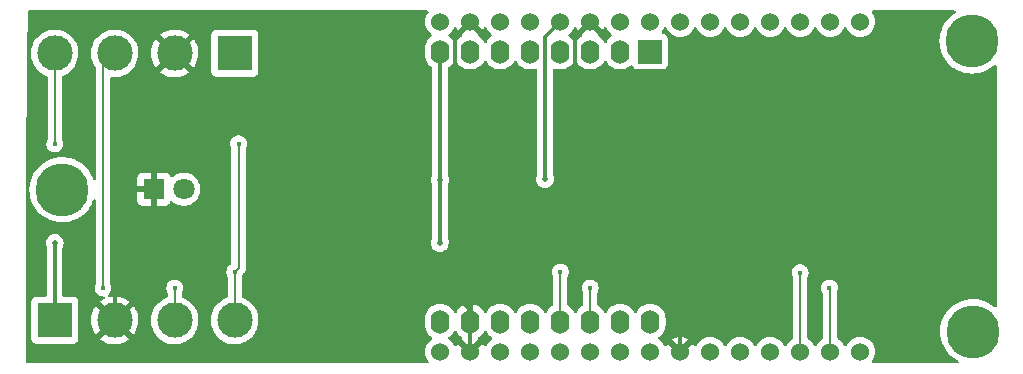
<source format=gbr>
%TF.GenerationSoftware,KiCad,Pcbnew,(6.0.4)*%
%TF.CreationDate,2022-04-29T21:33:46+01:00*%
%TF.ProjectId,environment_sensor,656e7669-726f-46e6-9d65-6e745f73656e,v0.1*%
%TF.SameCoordinates,Original*%
%TF.FileFunction,Copper,L2,Bot*%
%TF.FilePolarity,Positive*%
%FSLAX46Y46*%
G04 Gerber Fmt 4.6, Leading zero omitted, Abs format (unit mm)*
G04 Created by KiCad (PCBNEW (6.0.4)) date 2022-04-29 21:33:46*
%MOMM*%
%LPD*%
G01*
G04 APERTURE LIST*
%TA.AperFunction,ComponentPad*%
%ADD10C,1.524000*%
%TD*%
%TA.AperFunction,ComponentPad*%
%ADD11R,1.800000X1.800000*%
%TD*%
%TA.AperFunction,ComponentPad*%
%ADD12C,1.800000*%
%TD*%
%TA.AperFunction,ComponentPad*%
%ADD13R,2.000000X2.000000*%
%TD*%
%TA.AperFunction,ComponentPad*%
%ADD14O,1.600000X2.000000*%
%TD*%
%TA.AperFunction,ComponentPad*%
%ADD15R,3.000000X3.000000*%
%TD*%
%TA.AperFunction,ComponentPad*%
%ADD16C,3.000000*%
%TD*%
%TA.AperFunction,ViaPad*%
%ADD17C,0.400000*%
%TD*%
%TA.AperFunction,ViaPad*%
%ADD18C,0.500000*%
%TD*%
%TA.AperFunction,ViaPad*%
%ADD19C,4.500000*%
%TD*%
%TA.AperFunction,Conductor*%
%ADD20C,0.200000*%
%TD*%
%TA.AperFunction,Conductor*%
%ADD21C,0.300000*%
%TD*%
G04 APERTURE END LIST*
D10*
X193675000Y-81280000D03*
X191135000Y-81280000D03*
X188595000Y-81280000D03*
X186055000Y-81280000D03*
X183515000Y-81280000D03*
X180975000Y-81280000D03*
X178435000Y-81280000D03*
X175895000Y-81280000D03*
X173355000Y-81280000D03*
X170815000Y-81280000D03*
X168275000Y-81280000D03*
X165735000Y-81280000D03*
X163195000Y-81280000D03*
X160655000Y-81280000D03*
X158115000Y-81280000D03*
X158115000Y-109220000D03*
X160655000Y-109220000D03*
X163195000Y-109220000D03*
X165735000Y-109220000D03*
X168275000Y-109220000D03*
X170815000Y-109220000D03*
X173355000Y-109220000D03*
X175895000Y-109220000D03*
X178435000Y-109220000D03*
X180975000Y-109220000D03*
X183515000Y-109220000D03*
X186055000Y-109220000D03*
X188595000Y-109220000D03*
X191135000Y-109220000D03*
X193675000Y-109220000D03*
D11*
X133857000Y-95446500D03*
D12*
X136397000Y-95446500D03*
D13*
X175895000Y-83797000D03*
D14*
X173355000Y-83797000D03*
X170815000Y-83797000D03*
X168275000Y-83797000D03*
X165735000Y-83797000D03*
X163195000Y-83797000D03*
X160655000Y-83797000D03*
X158115000Y-83797000D03*
X158115000Y-106657000D03*
X160655000Y-106657000D03*
X163195000Y-106657000D03*
X165735000Y-106657000D03*
X168275000Y-106657000D03*
X170815000Y-106657000D03*
X173355000Y-106657000D03*
X175895000Y-106657000D03*
D15*
X140716000Y-83947000D03*
D16*
X135636000Y-83947000D03*
X130556000Y-83947000D03*
X125476000Y-83947000D03*
D15*
X125476000Y-106553000D03*
D16*
X130556000Y-106553000D03*
X135636000Y-106553000D03*
X140716000Y-106553000D03*
D17*
X141050000Y-91600000D03*
X125476000Y-91626000D03*
X129564000Y-103814000D03*
X191064000Y-103814000D03*
X170814000Y-103814000D03*
X135636000Y-103814000D03*
X188595000Y-102505000D03*
X168284000Y-102466000D03*
X140716000Y-102466000D03*
D18*
X178435000Y-90015000D03*
X169565480Y-89984520D03*
X133857000Y-89993000D03*
X159405480Y-89994520D03*
X130556000Y-95456000D03*
X158074000Y-100024000D03*
X125476000Y-100024000D03*
X167000000Y-94600000D03*
X158100000Y-94650000D03*
D19*
X126100000Y-95500000D03*
X203200000Y-107500000D03*
X203150000Y-82900000D03*
D20*
X141050000Y-91600000D02*
X141050000Y-102132000D01*
X141050000Y-102132000D02*
X140716000Y-102466000D01*
X125476000Y-83947000D02*
X125476000Y-91626000D01*
X129564000Y-103814000D02*
X129564000Y-84939000D01*
X129564000Y-84939000D02*
X130556000Y-83947000D01*
X191064000Y-103814000D02*
X191135000Y-103885000D01*
X191135000Y-103885000D02*
X191135000Y-109220000D01*
X170814000Y-103814000D02*
X170815000Y-103815000D01*
X170815000Y-103815000D02*
X170815000Y-106657000D01*
X135636000Y-106553000D02*
X135636000Y-103814000D01*
X188595000Y-109220000D02*
X188595000Y-102505000D01*
X168284000Y-102466000D02*
X168275000Y-102475000D01*
X168275000Y-102475000D02*
X168275000Y-106657000D01*
X140716000Y-106553000D02*
X140716000Y-102466000D01*
D21*
X178435000Y-109220000D02*
X178435000Y-90015000D01*
X160655000Y-106657000D02*
X160655000Y-109220000D01*
X160655000Y-106657000D02*
X160655000Y-105655000D01*
X160655000Y-105655000D02*
X159405480Y-104405480D01*
X159405480Y-104405480D02*
X159405480Y-89994520D01*
X169565480Y-82529520D02*
X169565480Y-89984520D01*
X170815000Y-81280000D02*
X169565480Y-82529520D01*
X133857000Y-95446500D02*
X133857000Y-89993000D01*
X133857000Y-89993000D02*
X133857000Y-85726000D01*
X160655000Y-81280000D02*
X159405480Y-82529520D01*
X159405480Y-82529520D02*
X159405480Y-89994520D01*
X130556000Y-106553000D02*
X130556000Y-95456000D01*
X133857000Y-85726000D02*
X135636000Y-83947000D01*
X158074000Y-100024000D02*
X158100000Y-99998000D01*
X158100000Y-99998000D02*
X158100000Y-94650000D01*
X125476000Y-106553000D02*
X125476000Y-100024000D01*
X167000000Y-82555000D02*
X167000000Y-94600000D01*
X168275000Y-81280000D02*
X167000000Y-82555000D01*
X158100000Y-94650000D02*
X158115000Y-94635000D01*
X158115000Y-94635000D02*
X158115000Y-83797000D01*
%TA.AperFunction,Conductor*%
G36*
X157070335Y-80328502D02*
G01*
X157116828Y-80382158D01*
X157126932Y-80452432D01*
X157105427Y-80506771D01*
X157016992Y-80633070D01*
X157010512Y-80642324D01*
X157008189Y-80647306D01*
X157008186Y-80647311D01*
X156927589Y-80820152D01*
X156916560Y-80843804D01*
X156859022Y-81058537D01*
X156839647Y-81280000D01*
X156859022Y-81501463D01*
X156916560Y-81716196D01*
X156918882Y-81721177D01*
X156918883Y-81721178D01*
X157008186Y-81912689D01*
X157008189Y-81912694D01*
X157010512Y-81917676D01*
X157013668Y-81922183D01*
X157013669Y-81922185D01*
X157131818Y-82090919D01*
X157138023Y-82099781D01*
X157295219Y-82256977D01*
X157299729Y-82260135D01*
X157299735Y-82260140D01*
X157373931Y-82312092D01*
X157418260Y-82367549D01*
X157425569Y-82438168D01*
X157393539Y-82501528D01*
X157373932Y-82518518D01*
X157275211Y-82587643D01*
X157275208Y-82587645D01*
X157270700Y-82590802D01*
X157108802Y-82752700D01*
X156977477Y-82940251D01*
X156975154Y-82945233D01*
X156975151Y-82945238D01*
X156889854Y-83128161D01*
X156880716Y-83147757D01*
X156821457Y-83368913D01*
X156812746Y-83468480D01*
X156806953Y-83534699D01*
X156806500Y-83539873D01*
X156806500Y-84054127D01*
X156821457Y-84225087D01*
X156880716Y-84446243D01*
X156883039Y-84451224D01*
X156883039Y-84451225D01*
X156975151Y-84648762D01*
X156975154Y-84648767D01*
X156977477Y-84653749D01*
X157050902Y-84758611D01*
X157066605Y-84781036D01*
X157108802Y-84841300D01*
X157270700Y-85003198D01*
X157275208Y-85006355D01*
X157275211Y-85006357D01*
X157307803Y-85029178D01*
X157402772Y-85095676D01*
X157447099Y-85151132D01*
X157456500Y-85198888D01*
X157456500Y-94211155D01*
X157436410Y-94279412D01*
X157416304Y-94310610D01*
X157413894Y-94317232D01*
X157369978Y-94437891D01*
X157358103Y-94470516D01*
X157336775Y-94639343D01*
X157353381Y-94808699D01*
X157355605Y-94815384D01*
X157355605Y-94815385D01*
X157365927Y-94846414D01*
X157407094Y-94970167D01*
X157410741Y-94976189D01*
X157410742Y-94976191D01*
X157423276Y-94996887D01*
X157441500Y-95062158D01*
X157441500Y-99568086D01*
X157421411Y-99636342D01*
X157390304Y-99684610D01*
X157332103Y-99844516D01*
X157310775Y-100013343D01*
X157327381Y-100182699D01*
X157381094Y-100344167D01*
X157384741Y-100350189D01*
X157384742Y-100350191D01*
X157417084Y-100403593D01*
X157469246Y-100489723D01*
X157587455Y-100612132D01*
X157729846Y-100705310D01*
X157736450Y-100707766D01*
X157736452Y-100707767D01*
X157772844Y-100721301D01*
X157889341Y-100764626D01*
X158058015Y-100787132D01*
X158065026Y-100786494D01*
X158065030Y-100786494D01*
X158220462Y-100772348D01*
X158227483Y-100771709D01*
X158234185Y-100769531D01*
X158234187Y-100769531D01*
X158382623Y-100721301D01*
X158382626Y-100721300D01*
X158389322Y-100719124D01*
X158535490Y-100631990D01*
X158540584Y-100627139D01*
X158540588Y-100627136D01*
X158607833Y-100563099D01*
X158658721Y-100514639D01*
X158752891Y-100372902D01*
X158813319Y-100213825D01*
X158837001Y-100045313D01*
X158837299Y-100024000D01*
X158818331Y-99854892D01*
X158765509Y-99703208D01*
X158758500Y-99661772D01*
X158758500Y-95067343D01*
X158772434Y-95009747D01*
X158774990Y-95004773D01*
X158778891Y-94998902D01*
X158839319Y-94839825D01*
X158863001Y-94671313D01*
X158863299Y-94650000D01*
X158844331Y-94480892D01*
X158830191Y-94440288D01*
X158790687Y-94326847D01*
X158790685Y-94326844D01*
X158788368Y-94320189D01*
X158785654Y-94315846D01*
X158773500Y-94262349D01*
X158773500Y-85198888D01*
X158793502Y-85130767D01*
X158827228Y-85095676D01*
X158922197Y-85029178D01*
X158954789Y-85006357D01*
X158954792Y-85006355D01*
X158959300Y-85003198D01*
X159121198Y-84841300D01*
X159163396Y-84781036D01*
X159179098Y-84758611D01*
X159252523Y-84653749D01*
X159254846Y-84648767D01*
X159254849Y-84648762D01*
X159270805Y-84614543D01*
X159317722Y-84561258D01*
X159385999Y-84541797D01*
X159453959Y-84562339D01*
X159499195Y-84614543D01*
X159515151Y-84648762D01*
X159515154Y-84648767D01*
X159517477Y-84653749D01*
X159590902Y-84758611D01*
X159606605Y-84781036D01*
X159648802Y-84841300D01*
X159810700Y-85003198D01*
X159815208Y-85006355D01*
X159815211Y-85006357D01*
X159847803Y-85029178D01*
X159998251Y-85134523D01*
X160003233Y-85136846D01*
X160003238Y-85136849D01*
X160146126Y-85203478D01*
X160205757Y-85231284D01*
X160211065Y-85232706D01*
X160211067Y-85232707D01*
X160421598Y-85289119D01*
X160421600Y-85289119D01*
X160426913Y-85290543D01*
X160655000Y-85310498D01*
X160883087Y-85290543D01*
X160888400Y-85289119D01*
X160888402Y-85289119D01*
X161098933Y-85232707D01*
X161098935Y-85232706D01*
X161104243Y-85231284D01*
X161163874Y-85203478D01*
X161306762Y-85136849D01*
X161306767Y-85136846D01*
X161311749Y-85134523D01*
X161462197Y-85029178D01*
X161494789Y-85006357D01*
X161494792Y-85006355D01*
X161499300Y-85003198D01*
X161661198Y-84841300D01*
X161703396Y-84781036D01*
X161719098Y-84758611D01*
X161792523Y-84653749D01*
X161794846Y-84648767D01*
X161794849Y-84648762D01*
X161810805Y-84614543D01*
X161857722Y-84561258D01*
X161925999Y-84541797D01*
X161993959Y-84562339D01*
X162039195Y-84614543D01*
X162055151Y-84648762D01*
X162055154Y-84648767D01*
X162057477Y-84653749D01*
X162130902Y-84758611D01*
X162146605Y-84781036D01*
X162188802Y-84841300D01*
X162350700Y-85003198D01*
X162355208Y-85006355D01*
X162355211Y-85006357D01*
X162387803Y-85029178D01*
X162538251Y-85134523D01*
X162543233Y-85136846D01*
X162543238Y-85136849D01*
X162686126Y-85203478D01*
X162745757Y-85231284D01*
X162751065Y-85232706D01*
X162751067Y-85232707D01*
X162961598Y-85289119D01*
X162961600Y-85289119D01*
X162966913Y-85290543D01*
X163195000Y-85310498D01*
X163423087Y-85290543D01*
X163428400Y-85289119D01*
X163428402Y-85289119D01*
X163638933Y-85232707D01*
X163638935Y-85232706D01*
X163644243Y-85231284D01*
X163703874Y-85203478D01*
X163846762Y-85136849D01*
X163846767Y-85136846D01*
X163851749Y-85134523D01*
X164002197Y-85029178D01*
X164034789Y-85006357D01*
X164034792Y-85006355D01*
X164039300Y-85003198D01*
X164201198Y-84841300D01*
X164243396Y-84781036D01*
X164259098Y-84758611D01*
X164332523Y-84653749D01*
X164334846Y-84648767D01*
X164334849Y-84648762D01*
X164350805Y-84614543D01*
X164397722Y-84561258D01*
X164465999Y-84541797D01*
X164533959Y-84562339D01*
X164579195Y-84614543D01*
X164595151Y-84648762D01*
X164595154Y-84648767D01*
X164597477Y-84653749D01*
X164670902Y-84758611D01*
X164686605Y-84781036D01*
X164728802Y-84841300D01*
X164890700Y-85003198D01*
X164895208Y-85006355D01*
X164895211Y-85006357D01*
X164927803Y-85029178D01*
X165078251Y-85134523D01*
X165083233Y-85136846D01*
X165083238Y-85136849D01*
X165226126Y-85203478D01*
X165285757Y-85231284D01*
X165291065Y-85232706D01*
X165291067Y-85232707D01*
X165501598Y-85289119D01*
X165501600Y-85289119D01*
X165506913Y-85290543D01*
X165735000Y-85310498D01*
X165963087Y-85290543D01*
X165968400Y-85289119D01*
X165968402Y-85289119D01*
X166182889Y-85231647D01*
X166253865Y-85233337D01*
X166312661Y-85273131D01*
X166340609Y-85338395D01*
X166341500Y-85353354D01*
X166341500Y-94184430D01*
X166322751Y-94248129D01*
X166323253Y-94248378D01*
X166321839Y-94251226D01*
X166321409Y-94252688D01*
X166320123Y-94254683D01*
X166320121Y-94254688D01*
X166316304Y-94260610D01*
X166295695Y-94317232D01*
X166265919Y-94399043D01*
X166258103Y-94420516D01*
X166236775Y-94589343D01*
X166253381Y-94758699D01*
X166307094Y-94920167D01*
X166310741Y-94926189D01*
X166310742Y-94926191D01*
X166361346Y-95009747D01*
X166395246Y-95065723D01*
X166513455Y-95188132D01*
X166655846Y-95281310D01*
X166662450Y-95283766D01*
X166662452Y-95283767D01*
X166698844Y-95297301D01*
X166815341Y-95340626D01*
X166984015Y-95363132D01*
X166991026Y-95362494D01*
X166991030Y-95362494D01*
X167146462Y-95348348D01*
X167153483Y-95347709D01*
X167160185Y-95345531D01*
X167160187Y-95345531D01*
X167308623Y-95297301D01*
X167308626Y-95297300D01*
X167315322Y-95295124D01*
X167461490Y-95207990D01*
X167466584Y-95203139D01*
X167466588Y-95203136D01*
X167537542Y-95135567D01*
X167584721Y-95090639D01*
X167678891Y-94948902D01*
X167739319Y-94789825D01*
X167763001Y-94621313D01*
X167763299Y-94600000D01*
X167744331Y-94430892D01*
X167736936Y-94409655D01*
X167719183Y-94358678D01*
X167688368Y-94270189D01*
X167684636Y-94264217D01*
X167684631Y-94264206D01*
X167677646Y-94253028D01*
X167658500Y-94186259D01*
X167658500Y-85349844D01*
X167678502Y-85281723D01*
X167732158Y-85235230D01*
X167802432Y-85225126D01*
X167824351Y-85230628D01*
X167825757Y-85231284D01*
X167882286Y-85246431D01*
X168041598Y-85289119D01*
X168041600Y-85289119D01*
X168046913Y-85290543D01*
X168275000Y-85310498D01*
X168503087Y-85290543D01*
X168508400Y-85289119D01*
X168508402Y-85289119D01*
X168718933Y-85232707D01*
X168718935Y-85232706D01*
X168724243Y-85231284D01*
X168783874Y-85203478D01*
X168926762Y-85136849D01*
X168926767Y-85136846D01*
X168931749Y-85134523D01*
X169082197Y-85029178D01*
X169114789Y-85006357D01*
X169114792Y-85006355D01*
X169119300Y-85003198D01*
X169281198Y-84841300D01*
X169323396Y-84781036D01*
X169339098Y-84758611D01*
X169412523Y-84653749D01*
X169414846Y-84648767D01*
X169414849Y-84648762D01*
X169430805Y-84614543D01*
X169477722Y-84561258D01*
X169545999Y-84541797D01*
X169613959Y-84562339D01*
X169659195Y-84614543D01*
X169675151Y-84648762D01*
X169675154Y-84648767D01*
X169677477Y-84653749D01*
X169750902Y-84758611D01*
X169766605Y-84781036D01*
X169808802Y-84841300D01*
X169970700Y-85003198D01*
X169975208Y-85006355D01*
X169975211Y-85006357D01*
X170007803Y-85029178D01*
X170158251Y-85134523D01*
X170163233Y-85136846D01*
X170163238Y-85136849D01*
X170306126Y-85203478D01*
X170365757Y-85231284D01*
X170371065Y-85232706D01*
X170371067Y-85232707D01*
X170581598Y-85289119D01*
X170581600Y-85289119D01*
X170586913Y-85290543D01*
X170815000Y-85310498D01*
X171043087Y-85290543D01*
X171048400Y-85289119D01*
X171048402Y-85289119D01*
X171258933Y-85232707D01*
X171258935Y-85232706D01*
X171264243Y-85231284D01*
X171323874Y-85203478D01*
X171466762Y-85136849D01*
X171466767Y-85136846D01*
X171471749Y-85134523D01*
X171622197Y-85029178D01*
X171654789Y-85006357D01*
X171654792Y-85006355D01*
X171659300Y-85003198D01*
X171821198Y-84841300D01*
X171863396Y-84781036D01*
X171879098Y-84758611D01*
X171952523Y-84653749D01*
X171954846Y-84648767D01*
X171954849Y-84648762D01*
X171970805Y-84614543D01*
X172017722Y-84561258D01*
X172085999Y-84541797D01*
X172153959Y-84562339D01*
X172199195Y-84614543D01*
X172215151Y-84648762D01*
X172215154Y-84648767D01*
X172217477Y-84653749D01*
X172290902Y-84758611D01*
X172306605Y-84781036D01*
X172348802Y-84841300D01*
X172510700Y-85003198D01*
X172515208Y-85006355D01*
X172515211Y-85006357D01*
X172547803Y-85029178D01*
X172698251Y-85134523D01*
X172703233Y-85136846D01*
X172703238Y-85136849D01*
X172846126Y-85203478D01*
X172905757Y-85231284D01*
X172911065Y-85232706D01*
X172911067Y-85232707D01*
X173121598Y-85289119D01*
X173121600Y-85289119D01*
X173126913Y-85290543D01*
X173355000Y-85310498D01*
X173583087Y-85290543D01*
X173588400Y-85289119D01*
X173588402Y-85289119D01*
X173798933Y-85232707D01*
X173798935Y-85232706D01*
X173804243Y-85231284D01*
X173863874Y-85203478D01*
X174006762Y-85136849D01*
X174006767Y-85136846D01*
X174011749Y-85134523D01*
X174162197Y-85029178D01*
X174194789Y-85006357D01*
X174194792Y-85006355D01*
X174199300Y-85003198D01*
X174228133Y-84974365D01*
X174290445Y-84940339D01*
X174361260Y-84945404D01*
X174418096Y-84987951D01*
X174435210Y-85019232D01*
X174438840Y-85028913D01*
X174444385Y-85043705D01*
X174531739Y-85160261D01*
X174648295Y-85247615D01*
X174784684Y-85298745D01*
X174846866Y-85305500D01*
X176943134Y-85305500D01*
X177005316Y-85298745D01*
X177141705Y-85247615D01*
X177258261Y-85160261D01*
X177345615Y-85043705D01*
X177396745Y-84907316D01*
X177403500Y-84845134D01*
X177403500Y-82748866D01*
X177396745Y-82686684D01*
X177345615Y-82550295D01*
X177258261Y-82433739D01*
X177141705Y-82346385D01*
X177005316Y-82295255D01*
X176997463Y-82294402D01*
X176997459Y-82294401D01*
X176976043Y-82292075D01*
X176966015Y-82290986D01*
X176900453Y-82263745D01*
X176860026Y-82205383D01*
X176857570Y-82134429D01*
X176876409Y-82093453D01*
X176996328Y-81922190D01*
X176996331Y-81922184D01*
X176999488Y-81917676D01*
X177001811Y-81912694D01*
X177001814Y-81912689D01*
X177050805Y-81807627D01*
X177097723Y-81754342D01*
X177166000Y-81734881D01*
X177233960Y-81755423D01*
X177279195Y-81807627D01*
X177328186Y-81912689D01*
X177328189Y-81912694D01*
X177330512Y-81917676D01*
X177333668Y-81922183D01*
X177333669Y-81922185D01*
X177451818Y-82090919D01*
X177458023Y-82099781D01*
X177615219Y-82256977D01*
X177619727Y-82260134D01*
X177619730Y-82260136D01*
X177668666Y-82294401D01*
X177797323Y-82384488D01*
X177802305Y-82386811D01*
X177802310Y-82386814D01*
X177970183Y-82465094D01*
X177998804Y-82478440D01*
X178004112Y-82479862D01*
X178004114Y-82479863D01*
X178014284Y-82482588D01*
X178213537Y-82535978D01*
X178435000Y-82555353D01*
X178656463Y-82535978D01*
X178855716Y-82482588D01*
X178865886Y-82479863D01*
X178865888Y-82479862D01*
X178871196Y-82478440D01*
X178899817Y-82465094D01*
X179067690Y-82386814D01*
X179067695Y-82386811D01*
X179072677Y-82384488D01*
X179201334Y-82294401D01*
X179250270Y-82260136D01*
X179250273Y-82260134D01*
X179254781Y-82256977D01*
X179411977Y-82099781D01*
X179418183Y-82090919D01*
X179536331Y-81922185D01*
X179536332Y-81922183D01*
X179539488Y-81917676D01*
X179541811Y-81912694D01*
X179541814Y-81912689D01*
X179590805Y-81807627D01*
X179637723Y-81754342D01*
X179706000Y-81734881D01*
X179773960Y-81755423D01*
X179819195Y-81807627D01*
X179868186Y-81912689D01*
X179868189Y-81912694D01*
X179870512Y-81917676D01*
X179873668Y-81922183D01*
X179873669Y-81922185D01*
X179991818Y-82090919D01*
X179998023Y-82099781D01*
X180155219Y-82256977D01*
X180159727Y-82260134D01*
X180159730Y-82260136D01*
X180208666Y-82294401D01*
X180337323Y-82384488D01*
X180342305Y-82386811D01*
X180342310Y-82386814D01*
X180510183Y-82465094D01*
X180538804Y-82478440D01*
X180544112Y-82479862D01*
X180544114Y-82479863D01*
X180554284Y-82482588D01*
X180753537Y-82535978D01*
X180975000Y-82555353D01*
X181196463Y-82535978D01*
X181395716Y-82482588D01*
X181405886Y-82479863D01*
X181405888Y-82479862D01*
X181411196Y-82478440D01*
X181439817Y-82465094D01*
X181607690Y-82386814D01*
X181607695Y-82386811D01*
X181612677Y-82384488D01*
X181741334Y-82294401D01*
X181790270Y-82260136D01*
X181790273Y-82260134D01*
X181794781Y-82256977D01*
X181951977Y-82099781D01*
X181958183Y-82090919D01*
X182076331Y-81922185D01*
X182076332Y-81922183D01*
X182079488Y-81917676D01*
X182081811Y-81912694D01*
X182081814Y-81912689D01*
X182130805Y-81807627D01*
X182177723Y-81754342D01*
X182246000Y-81734881D01*
X182313960Y-81755423D01*
X182359195Y-81807627D01*
X182408186Y-81912689D01*
X182408189Y-81912694D01*
X182410512Y-81917676D01*
X182413668Y-81922183D01*
X182413669Y-81922185D01*
X182531818Y-82090919D01*
X182538023Y-82099781D01*
X182695219Y-82256977D01*
X182699727Y-82260134D01*
X182699730Y-82260136D01*
X182748666Y-82294401D01*
X182877323Y-82384488D01*
X182882305Y-82386811D01*
X182882310Y-82386814D01*
X183050183Y-82465094D01*
X183078804Y-82478440D01*
X183084112Y-82479862D01*
X183084114Y-82479863D01*
X183094284Y-82482588D01*
X183293537Y-82535978D01*
X183515000Y-82555353D01*
X183736463Y-82535978D01*
X183935716Y-82482588D01*
X183945886Y-82479863D01*
X183945888Y-82479862D01*
X183951196Y-82478440D01*
X183979817Y-82465094D01*
X184147690Y-82386814D01*
X184147695Y-82386811D01*
X184152677Y-82384488D01*
X184281334Y-82294401D01*
X184330270Y-82260136D01*
X184330273Y-82260134D01*
X184334781Y-82256977D01*
X184491977Y-82099781D01*
X184498183Y-82090919D01*
X184616331Y-81922185D01*
X184616332Y-81922183D01*
X184619488Y-81917676D01*
X184621811Y-81912694D01*
X184621814Y-81912689D01*
X184670805Y-81807627D01*
X184717723Y-81754342D01*
X184786000Y-81734881D01*
X184853960Y-81755423D01*
X184899195Y-81807627D01*
X184948186Y-81912689D01*
X184948189Y-81912694D01*
X184950512Y-81917676D01*
X184953668Y-81922183D01*
X184953669Y-81922185D01*
X185071818Y-82090919D01*
X185078023Y-82099781D01*
X185235219Y-82256977D01*
X185239727Y-82260134D01*
X185239730Y-82260136D01*
X185288666Y-82294401D01*
X185417323Y-82384488D01*
X185422305Y-82386811D01*
X185422310Y-82386814D01*
X185590183Y-82465094D01*
X185618804Y-82478440D01*
X185624112Y-82479862D01*
X185624114Y-82479863D01*
X185634284Y-82482588D01*
X185833537Y-82535978D01*
X186055000Y-82555353D01*
X186276463Y-82535978D01*
X186475716Y-82482588D01*
X186485886Y-82479863D01*
X186485888Y-82479862D01*
X186491196Y-82478440D01*
X186519817Y-82465094D01*
X186687690Y-82386814D01*
X186687695Y-82386811D01*
X186692677Y-82384488D01*
X186821334Y-82294401D01*
X186870270Y-82260136D01*
X186870273Y-82260134D01*
X186874781Y-82256977D01*
X187031977Y-82099781D01*
X187038183Y-82090919D01*
X187156331Y-81922185D01*
X187156332Y-81922183D01*
X187159488Y-81917676D01*
X187161811Y-81912694D01*
X187161814Y-81912689D01*
X187210805Y-81807627D01*
X187257723Y-81754342D01*
X187326000Y-81734881D01*
X187393960Y-81755423D01*
X187439195Y-81807627D01*
X187488186Y-81912689D01*
X187488189Y-81912694D01*
X187490512Y-81917676D01*
X187493668Y-81922183D01*
X187493669Y-81922185D01*
X187611818Y-82090919D01*
X187618023Y-82099781D01*
X187775219Y-82256977D01*
X187779727Y-82260134D01*
X187779730Y-82260136D01*
X187828666Y-82294401D01*
X187957323Y-82384488D01*
X187962305Y-82386811D01*
X187962310Y-82386814D01*
X188130183Y-82465094D01*
X188158804Y-82478440D01*
X188164112Y-82479862D01*
X188164114Y-82479863D01*
X188174284Y-82482588D01*
X188373537Y-82535978D01*
X188595000Y-82555353D01*
X188816463Y-82535978D01*
X189015716Y-82482588D01*
X189025886Y-82479863D01*
X189025888Y-82479862D01*
X189031196Y-82478440D01*
X189059817Y-82465094D01*
X189227690Y-82386814D01*
X189227695Y-82386811D01*
X189232677Y-82384488D01*
X189361334Y-82294401D01*
X189410270Y-82260136D01*
X189410273Y-82260134D01*
X189414781Y-82256977D01*
X189571977Y-82099781D01*
X189578183Y-82090919D01*
X189696331Y-81922185D01*
X189696332Y-81922183D01*
X189699488Y-81917676D01*
X189701811Y-81912694D01*
X189701814Y-81912689D01*
X189750805Y-81807627D01*
X189797723Y-81754342D01*
X189866000Y-81734881D01*
X189933960Y-81755423D01*
X189979195Y-81807627D01*
X190028186Y-81912689D01*
X190028189Y-81912694D01*
X190030512Y-81917676D01*
X190033668Y-81922183D01*
X190033669Y-81922185D01*
X190151818Y-82090919D01*
X190158023Y-82099781D01*
X190315219Y-82256977D01*
X190319727Y-82260134D01*
X190319730Y-82260136D01*
X190368666Y-82294401D01*
X190497323Y-82384488D01*
X190502305Y-82386811D01*
X190502310Y-82386814D01*
X190670183Y-82465094D01*
X190698804Y-82478440D01*
X190704112Y-82479862D01*
X190704114Y-82479863D01*
X190714284Y-82482588D01*
X190913537Y-82535978D01*
X191135000Y-82555353D01*
X191356463Y-82535978D01*
X191555716Y-82482588D01*
X191565886Y-82479863D01*
X191565888Y-82479862D01*
X191571196Y-82478440D01*
X191599817Y-82465094D01*
X191767690Y-82386814D01*
X191767695Y-82386811D01*
X191772677Y-82384488D01*
X191901334Y-82294401D01*
X191950270Y-82260136D01*
X191950273Y-82260134D01*
X191954781Y-82256977D01*
X192111977Y-82099781D01*
X192118183Y-82090919D01*
X192236331Y-81922185D01*
X192236332Y-81922183D01*
X192239488Y-81917676D01*
X192241811Y-81912694D01*
X192241814Y-81912689D01*
X192290805Y-81807627D01*
X192337723Y-81754342D01*
X192406000Y-81734881D01*
X192473960Y-81755423D01*
X192519195Y-81807627D01*
X192568186Y-81912689D01*
X192568189Y-81912694D01*
X192570512Y-81917676D01*
X192573668Y-81922183D01*
X192573669Y-81922185D01*
X192691818Y-82090919D01*
X192698023Y-82099781D01*
X192855219Y-82256977D01*
X192859727Y-82260134D01*
X192859730Y-82260136D01*
X192908666Y-82294401D01*
X193037323Y-82384488D01*
X193042305Y-82386811D01*
X193042310Y-82386814D01*
X193210183Y-82465094D01*
X193238804Y-82478440D01*
X193244112Y-82479862D01*
X193244114Y-82479863D01*
X193254284Y-82482588D01*
X193453537Y-82535978D01*
X193675000Y-82555353D01*
X193896463Y-82535978D01*
X194095716Y-82482588D01*
X194105886Y-82479863D01*
X194105888Y-82479862D01*
X194111196Y-82478440D01*
X194139817Y-82465094D01*
X194307690Y-82386814D01*
X194307695Y-82386811D01*
X194312677Y-82384488D01*
X194441334Y-82294401D01*
X194490270Y-82260136D01*
X194490273Y-82260134D01*
X194494781Y-82256977D01*
X194651977Y-82099781D01*
X194658183Y-82090919D01*
X194776331Y-81922185D01*
X194776332Y-81922183D01*
X194779488Y-81917676D01*
X194781811Y-81912694D01*
X194781814Y-81912689D01*
X194871117Y-81721178D01*
X194871118Y-81721177D01*
X194873440Y-81716196D01*
X194930978Y-81501463D01*
X194950353Y-81280000D01*
X194930978Y-81058537D01*
X194873440Y-80843804D01*
X194862411Y-80820152D01*
X194781814Y-80647311D01*
X194781811Y-80647306D01*
X194779488Y-80642324D01*
X194773009Y-80633070D01*
X194684573Y-80506771D01*
X194661885Y-80439497D01*
X194679170Y-80370636D01*
X194730940Y-80322052D01*
X194787786Y-80308500D01*
X201652489Y-80308500D01*
X201720610Y-80328502D01*
X201767103Y-80382158D01*
X201777207Y-80452432D01*
X201747713Y-80517012D01*
X201716912Y-80542785D01*
X201596659Y-80614328D01*
X201593658Y-80616643D01*
X201593654Y-80616646D01*
X201565885Y-80638070D01*
X201333316Y-80817496D01*
X201096288Y-81050829D01*
X200889009Y-81310949D01*
X200714481Y-81594086D01*
X200575232Y-81896140D01*
X200574073Y-81899740D01*
X200574070Y-81899747D01*
X200474578Y-82208703D01*
X200473280Y-82212735D01*
X200472561Y-82216451D01*
X200472559Y-82216459D01*
X200414118Y-82518518D01*
X200410100Y-82539285D01*
X200409833Y-82543061D01*
X200409832Y-82543066D01*
X200386878Y-82867272D01*
X200386610Y-82871061D01*
X200387549Y-82889921D01*
X200400649Y-83153067D01*
X200403147Y-83203255D01*
X200403788Y-83206986D01*
X200403789Y-83206994D01*
X200438663Y-83409944D01*
X200459474Y-83531057D01*
X200460562Y-83534696D01*
X200460563Y-83534699D01*
X200502157Y-83673778D01*
X200554774Y-83849718D01*
X200556287Y-83853189D01*
X200556289Y-83853195D01*
X200602758Y-83959812D01*
X200687666Y-84154622D01*
X200689589Y-84157893D01*
X200689591Y-84157897D01*
X200716382Y-84203470D01*
X200856226Y-84441352D01*
X200858527Y-84444367D01*
X201055712Y-84702742D01*
X201055717Y-84702748D01*
X201058012Y-84705755D01*
X201060656Y-84708469D01*
X201286534Y-84940339D01*
X201290102Y-84944002D01*
X201549132Y-85152640D01*
X201630648Y-85203478D01*
X201793644Y-85305131D01*
X201831352Y-85328648D01*
X202132672Y-85469476D01*
X202136281Y-85470659D01*
X202295391Y-85522818D01*
X202448729Y-85573085D01*
X202774944Y-85637973D01*
X202778716Y-85638260D01*
X202778724Y-85638261D01*
X203102815Y-85662914D01*
X203102820Y-85662914D01*
X203106592Y-85663201D01*
X203438869Y-85648403D01*
X203443401Y-85647649D01*
X203763220Y-85594417D01*
X203763225Y-85594416D01*
X203766961Y-85593794D01*
X204086116Y-85500164D01*
X204089583Y-85498674D01*
X204089587Y-85498673D01*
X204388228Y-85370366D01*
X204388230Y-85370365D01*
X204391712Y-85368869D01*
X204679321Y-85201813D01*
X204682343Y-85199532D01*
X204682347Y-85199529D01*
X204941753Y-85003697D01*
X204941754Y-85003696D01*
X204944777Y-85001414D01*
X204947502Y-84998787D01*
X204947508Y-84998782D01*
X205002878Y-84945404D01*
X205018053Y-84930775D01*
X205080977Y-84897898D01*
X205151688Y-84904260D01*
X205207735Y-84947841D01*
X205231500Y-85021489D01*
X205231500Y-105329093D01*
X205211498Y-105397214D01*
X205157842Y-105443707D01*
X205087568Y-105453811D01*
X205027494Y-105428043D01*
X205017485Y-105420152D01*
X204777191Y-105230720D01*
X204493144Y-105057677D01*
X204369522Y-105001469D01*
X204193817Y-104921580D01*
X204193809Y-104921577D01*
X204190365Y-104920011D01*
X203873240Y-104819718D01*
X203650896Y-104777906D01*
X203550087Y-104758949D01*
X203550085Y-104758949D01*
X203546364Y-104758249D01*
X203214470Y-104736496D01*
X203210690Y-104736704D01*
X203210689Y-104736704D01*
X203112918Y-104742085D01*
X202882366Y-104754773D01*
X202878639Y-104755434D01*
X202878635Y-104755434D01*
X202632200Y-104799109D01*
X202554864Y-104812815D01*
X202551239Y-104813920D01*
X202551234Y-104813921D01*
X202343683Y-104877178D01*
X202236707Y-104909782D01*
X202233243Y-104911313D01*
X202233236Y-104911316D01*
X202110675Y-104965500D01*
X201932503Y-105044269D01*
X201929249Y-105046205D01*
X201929243Y-105046208D01*
X201711745Y-105175606D01*
X201646659Y-105214328D01*
X201643658Y-105216643D01*
X201643654Y-105216646D01*
X201557756Y-105282916D01*
X201383316Y-105417496D01*
X201380617Y-105420152D01*
X201380618Y-105420152D01*
X201188980Y-105608803D01*
X201146288Y-105650829D01*
X200939009Y-105910949D01*
X200764481Y-106194086D01*
X200625232Y-106496140D01*
X200624073Y-106499740D01*
X200624070Y-106499747D01*
X200525668Y-106805320D01*
X200523280Y-106812735D01*
X200522561Y-106816451D01*
X200522559Y-106816459D01*
X200460819Y-107135567D01*
X200460100Y-107139285D01*
X200459833Y-107143061D01*
X200459832Y-107143066D01*
X200436878Y-107467272D01*
X200436610Y-107471061D01*
X200441720Y-107573713D01*
X200451870Y-107777594D01*
X200453147Y-107803255D01*
X200453788Y-107806986D01*
X200453789Y-107806994D01*
X200507420Y-108119103D01*
X200509474Y-108131057D01*
X200510562Y-108134696D01*
X200510563Y-108134699D01*
X200602212Y-108441150D01*
X200604774Y-108449718D01*
X200606287Y-108453189D01*
X200606289Y-108453195D01*
X200652462Y-108559132D01*
X200737666Y-108754622D01*
X200906226Y-109041352D01*
X200908527Y-109044367D01*
X201105712Y-109302742D01*
X201105717Y-109302748D01*
X201108012Y-109305755D01*
X201110656Y-109308469D01*
X201287608Y-109490115D01*
X201340102Y-109544002D01*
X201599132Y-109752640D01*
X201881352Y-109928648D01*
X201884795Y-109930257D01*
X201929930Y-109951352D01*
X201983174Y-109998315D01*
X202002575Y-110066610D01*
X201981974Y-110134552D01*
X201927911Y-110180570D01*
X201876580Y-110191500D01*
X194787786Y-110191500D01*
X194719665Y-110171498D01*
X194673172Y-110117842D01*
X194663068Y-110047568D01*
X194684573Y-109993229D01*
X194776331Y-109862185D01*
X194776332Y-109862183D01*
X194779488Y-109857676D01*
X194781811Y-109852694D01*
X194781814Y-109852689D01*
X194871117Y-109661178D01*
X194871118Y-109661177D01*
X194873440Y-109656196D01*
X194930978Y-109441463D01*
X194950353Y-109220000D01*
X194930978Y-108998537D01*
X194873440Y-108783804D01*
X194864727Y-108765119D01*
X194781814Y-108587311D01*
X194781811Y-108587306D01*
X194779488Y-108582324D01*
X194763249Y-108559132D01*
X194655136Y-108404730D01*
X194655134Y-108404727D01*
X194651977Y-108400219D01*
X194494781Y-108243023D01*
X194490273Y-108239866D01*
X194490270Y-108239864D01*
X194402706Y-108178551D01*
X194312677Y-108115512D01*
X194307695Y-108113189D01*
X194307690Y-108113186D01*
X194116178Y-108023883D01*
X194116177Y-108023882D01*
X194111196Y-108021560D01*
X194105888Y-108020138D01*
X194105886Y-108020137D01*
X194010293Y-107994523D01*
X193896463Y-107964022D01*
X193675000Y-107944647D01*
X193453537Y-107964022D01*
X193339707Y-107994523D01*
X193244114Y-108020137D01*
X193244112Y-108020138D01*
X193238804Y-108021560D01*
X193233823Y-108023882D01*
X193233822Y-108023883D01*
X193042311Y-108113186D01*
X193042306Y-108113189D01*
X193037324Y-108115512D01*
X193032817Y-108118668D01*
X193032815Y-108118669D01*
X192859730Y-108239864D01*
X192859727Y-108239866D01*
X192855219Y-108243023D01*
X192698023Y-108400219D01*
X192694866Y-108404727D01*
X192694864Y-108404730D01*
X192586751Y-108559132D01*
X192570512Y-108582324D01*
X192568189Y-108587306D01*
X192568186Y-108587311D01*
X192519195Y-108692373D01*
X192472277Y-108745658D01*
X192404000Y-108765119D01*
X192336040Y-108744577D01*
X192290805Y-108692373D01*
X192241814Y-108587311D01*
X192241811Y-108587306D01*
X192239488Y-108582324D01*
X192223249Y-108559132D01*
X192115136Y-108404730D01*
X192115134Y-108404727D01*
X192111977Y-108400219D01*
X191954781Y-108243023D01*
X191950273Y-108239866D01*
X191950270Y-108239864D01*
X191862706Y-108178551D01*
X191797228Y-108132703D01*
X191752901Y-108077247D01*
X191743500Y-108029491D01*
X191743500Y-104047689D01*
X191750111Y-104013516D01*
X191748586Y-104013107D01*
X191750553Y-104005764D01*
X191753385Y-103998720D01*
X191777547Y-103828947D01*
X191777704Y-103814000D01*
X191757102Y-103643758D01*
X191696487Y-103483344D01*
X191599357Y-103342019D01*
X191593686Y-103336966D01*
X191476993Y-103232996D01*
X191476990Y-103232994D01*
X191471321Y-103227943D01*
X191463325Y-103223709D01*
X191326481Y-103151254D01*
X191326482Y-103151254D01*
X191319769Y-103147700D01*
X191302196Y-103143286D01*
X191160822Y-103107775D01*
X191160818Y-103107775D01*
X191153451Y-103105924D01*
X191145852Y-103105884D01*
X191145850Y-103105884D01*
X191074394Y-103105510D01*
X190981969Y-103105026D01*
X190974589Y-103106798D01*
X190974587Y-103106798D01*
X190822602Y-103143286D01*
X190822598Y-103143287D01*
X190815223Y-103145058D01*
X190662839Y-103223709D01*
X190533615Y-103336439D01*
X190435010Y-103476739D01*
X190372718Y-103636509D01*
X190350335Y-103806526D01*
X190369153Y-103976975D01*
X190371762Y-103984106D01*
X190371763Y-103984108D01*
X190379688Y-104005764D01*
X190428085Y-104138015D01*
X190505083Y-104252599D01*
X190526500Y-104322873D01*
X190526500Y-108029491D01*
X190506498Y-108097612D01*
X190472771Y-108132704D01*
X190319730Y-108239864D01*
X190319727Y-108239866D01*
X190315219Y-108243023D01*
X190158023Y-108400219D01*
X190154866Y-108404727D01*
X190154864Y-108404730D01*
X190046751Y-108559132D01*
X190030512Y-108582324D01*
X190028189Y-108587306D01*
X190028186Y-108587311D01*
X189979195Y-108692373D01*
X189932277Y-108745658D01*
X189864000Y-108765119D01*
X189796040Y-108744577D01*
X189750805Y-108692373D01*
X189701814Y-108587311D01*
X189701811Y-108587306D01*
X189699488Y-108582324D01*
X189683249Y-108559132D01*
X189575136Y-108404730D01*
X189575134Y-108404727D01*
X189571977Y-108400219D01*
X189414781Y-108243023D01*
X189410273Y-108239866D01*
X189410270Y-108239864D01*
X189322706Y-108178551D01*
X189257228Y-108132703D01*
X189212901Y-108077247D01*
X189203500Y-108029491D01*
X189203500Y-102910072D01*
X189218558Y-102851427D01*
X189220424Y-102848830D01*
X189284385Y-102689720D01*
X189289762Y-102651941D01*
X189307966Y-102524031D01*
X189307966Y-102524027D01*
X189308547Y-102519947D01*
X189308704Y-102505000D01*
X189303825Y-102464682D01*
X189289015Y-102342299D01*
X189289014Y-102342296D01*
X189288102Y-102334758D01*
X189274394Y-102298479D01*
X189230171Y-102181447D01*
X189227487Y-102174344D01*
X189204012Y-102140188D01*
X189134659Y-102039278D01*
X189134658Y-102039276D01*
X189130357Y-102033019D01*
X189124686Y-102027966D01*
X189007993Y-101923996D01*
X189007990Y-101923994D01*
X189002321Y-101918943D01*
X188994325Y-101914709D01*
X188921949Y-101876388D01*
X188850769Y-101838700D01*
X188833196Y-101834286D01*
X188691822Y-101798775D01*
X188691818Y-101798775D01*
X188684451Y-101796924D01*
X188676852Y-101796884D01*
X188676850Y-101796884D01*
X188605394Y-101796510D01*
X188512969Y-101796026D01*
X188505589Y-101797798D01*
X188505587Y-101797798D01*
X188353602Y-101834286D01*
X188353598Y-101834287D01*
X188346223Y-101836058D01*
X188193839Y-101914709D01*
X188064615Y-102027439D01*
X187966010Y-102167739D01*
X187934864Y-102247624D01*
X187918924Y-102288509D01*
X187903718Y-102327509D01*
X187902726Y-102335042D01*
X187902726Y-102335043D01*
X187883518Y-102480947D01*
X187881335Y-102497526D01*
X187885370Y-102534072D01*
X187899026Y-102657764D01*
X187900153Y-102667975D01*
X187902762Y-102675106D01*
X187902763Y-102675108D01*
X187948840Y-102801018D01*
X187959085Y-102829015D01*
X187963320Y-102835318D01*
X187963325Y-102835327D01*
X187965083Y-102837943D01*
X187965716Y-102840018D01*
X187966771Y-102842090D01*
X187966404Y-102842277D01*
X187986500Y-102908216D01*
X187986500Y-108029491D01*
X187966498Y-108097612D01*
X187932771Y-108132704D01*
X187779730Y-108239864D01*
X187779727Y-108239866D01*
X187775219Y-108243023D01*
X187618023Y-108400219D01*
X187614866Y-108404727D01*
X187614864Y-108404730D01*
X187506751Y-108559132D01*
X187490512Y-108582324D01*
X187488189Y-108587306D01*
X187488186Y-108587311D01*
X187439195Y-108692373D01*
X187392277Y-108745658D01*
X187324000Y-108765119D01*
X187256040Y-108744577D01*
X187210805Y-108692373D01*
X187161814Y-108587311D01*
X187161811Y-108587306D01*
X187159488Y-108582324D01*
X187143249Y-108559132D01*
X187035136Y-108404730D01*
X187035134Y-108404727D01*
X187031977Y-108400219D01*
X186874781Y-108243023D01*
X186870273Y-108239866D01*
X186870270Y-108239864D01*
X186782706Y-108178551D01*
X186692677Y-108115512D01*
X186687695Y-108113189D01*
X186687690Y-108113186D01*
X186496178Y-108023883D01*
X186496177Y-108023882D01*
X186491196Y-108021560D01*
X186485888Y-108020138D01*
X186485886Y-108020137D01*
X186390293Y-107994523D01*
X186276463Y-107964022D01*
X186055000Y-107944647D01*
X185833537Y-107964022D01*
X185719707Y-107994523D01*
X185624114Y-108020137D01*
X185624112Y-108020138D01*
X185618804Y-108021560D01*
X185613823Y-108023882D01*
X185613822Y-108023883D01*
X185422311Y-108113186D01*
X185422306Y-108113189D01*
X185417324Y-108115512D01*
X185412817Y-108118668D01*
X185412815Y-108118669D01*
X185239730Y-108239864D01*
X185239727Y-108239866D01*
X185235219Y-108243023D01*
X185078023Y-108400219D01*
X185074866Y-108404727D01*
X185074864Y-108404730D01*
X184966751Y-108559132D01*
X184950512Y-108582324D01*
X184948189Y-108587306D01*
X184948186Y-108587311D01*
X184899195Y-108692373D01*
X184852277Y-108745658D01*
X184784000Y-108765119D01*
X184716040Y-108744577D01*
X184670805Y-108692373D01*
X184621814Y-108587311D01*
X184621811Y-108587306D01*
X184619488Y-108582324D01*
X184603249Y-108559132D01*
X184495136Y-108404730D01*
X184495134Y-108404727D01*
X184491977Y-108400219D01*
X184334781Y-108243023D01*
X184330273Y-108239866D01*
X184330270Y-108239864D01*
X184242706Y-108178551D01*
X184152677Y-108115512D01*
X184147695Y-108113189D01*
X184147690Y-108113186D01*
X183956178Y-108023883D01*
X183956177Y-108023882D01*
X183951196Y-108021560D01*
X183945888Y-108020138D01*
X183945886Y-108020137D01*
X183850293Y-107994523D01*
X183736463Y-107964022D01*
X183515000Y-107944647D01*
X183293537Y-107964022D01*
X183179707Y-107994523D01*
X183084114Y-108020137D01*
X183084112Y-108020138D01*
X183078804Y-108021560D01*
X183073823Y-108023882D01*
X183073822Y-108023883D01*
X182882311Y-108113186D01*
X182882306Y-108113189D01*
X182877324Y-108115512D01*
X182872817Y-108118668D01*
X182872815Y-108118669D01*
X182699730Y-108239864D01*
X182699727Y-108239866D01*
X182695219Y-108243023D01*
X182538023Y-108400219D01*
X182534866Y-108404727D01*
X182534864Y-108404730D01*
X182426751Y-108559132D01*
X182410512Y-108582324D01*
X182408189Y-108587306D01*
X182408186Y-108587311D01*
X182359195Y-108692373D01*
X182312277Y-108745658D01*
X182244000Y-108765119D01*
X182176040Y-108744577D01*
X182130805Y-108692373D01*
X182081814Y-108587311D01*
X182081811Y-108587306D01*
X182079488Y-108582324D01*
X182063249Y-108559132D01*
X181955136Y-108404730D01*
X181955134Y-108404727D01*
X181951977Y-108400219D01*
X181794781Y-108243023D01*
X181790273Y-108239866D01*
X181790270Y-108239864D01*
X181702706Y-108178551D01*
X181612677Y-108115512D01*
X181607695Y-108113189D01*
X181607690Y-108113186D01*
X181416178Y-108023883D01*
X181416177Y-108023882D01*
X181411196Y-108021560D01*
X181405888Y-108020138D01*
X181405886Y-108020137D01*
X181310293Y-107994523D01*
X181196463Y-107964022D01*
X180975000Y-107944647D01*
X180753537Y-107964022D01*
X180639707Y-107994523D01*
X180544114Y-108020137D01*
X180544112Y-108020138D01*
X180538804Y-108021560D01*
X180533823Y-108023882D01*
X180533822Y-108023883D01*
X180342311Y-108113186D01*
X180342306Y-108113189D01*
X180337324Y-108115512D01*
X180332817Y-108118668D01*
X180332815Y-108118669D01*
X180159730Y-108239864D01*
X180159727Y-108239866D01*
X180155219Y-108243023D01*
X179998023Y-108400219D01*
X179994866Y-108404727D01*
X179994864Y-108404730D01*
X179886751Y-108559132D01*
X179870512Y-108582324D01*
X179868189Y-108587306D01*
X179868186Y-108587311D01*
X179818919Y-108692965D01*
X179772001Y-108746250D01*
X179703724Y-108765711D01*
X179635764Y-108745169D01*
X179590529Y-108692965D01*
X179541377Y-108587559D01*
X179535897Y-108578068D01*
X179505206Y-108534235D01*
X179494729Y-108525860D01*
X179481282Y-108532928D01*
X178524095Y-109490115D01*
X178461783Y-109524141D01*
X178390968Y-109519076D01*
X178345905Y-109490115D01*
X177387997Y-108532207D01*
X177376223Y-108525777D01*
X177364207Y-108535074D01*
X177334103Y-108578068D01*
X177328623Y-108587559D01*
X177279471Y-108692965D01*
X177232553Y-108746250D01*
X177164276Y-108765711D01*
X177096316Y-108745169D01*
X177051081Y-108692965D01*
X177001814Y-108587311D01*
X177001811Y-108587306D01*
X176999488Y-108582324D01*
X176983249Y-108559132D01*
X176875136Y-108404730D01*
X176875134Y-108404727D01*
X176871977Y-108400219D01*
X176714781Y-108243023D01*
X176710273Y-108239866D01*
X176710270Y-108239864D01*
X176623277Y-108178951D01*
X176603220Y-108164907D01*
X176599514Y-108160271D01*
X177740860Y-108160271D01*
X177747928Y-108173718D01*
X178422188Y-108847978D01*
X178436132Y-108855592D01*
X178437965Y-108855461D01*
X178444580Y-108851210D01*
X179122793Y-108172997D01*
X179129223Y-108161223D01*
X179119926Y-108149207D01*
X179076931Y-108119102D01*
X179067445Y-108113624D01*
X178876007Y-108024355D01*
X178865715Y-108020609D01*
X178661691Y-107965941D01*
X178650896Y-107964038D01*
X178440475Y-107945628D01*
X178429525Y-107945628D01*
X178219104Y-107964038D01*
X178208309Y-107965941D01*
X178004285Y-108020609D01*
X177993993Y-108024355D01*
X177802559Y-108113623D01*
X177793068Y-108119103D01*
X177749235Y-108149794D01*
X177740860Y-108160271D01*
X176599514Y-108160271D01*
X176558893Y-108109451D01*
X176551584Y-108038832D01*
X176583615Y-107975471D01*
X176603221Y-107958482D01*
X176734789Y-107866357D01*
X176734792Y-107866355D01*
X176739300Y-107863198D01*
X176901198Y-107701300D01*
X176949917Y-107631723D01*
X176985378Y-107581079D01*
X177032523Y-107513749D01*
X177034846Y-107508767D01*
X177034849Y-107508762D01*
X177126961Y-107311225D01*
X177126961Y-107311224D01*
X177129284Y-107306243D01*
X177173008Y-107143066D01*
X177187119Y-107090402D01*
X177187119Y-107090400D01*
X177188543Y-107085087D01*
X177202830Y-106921790D01*
X177203262Y-106916851D01*
X177203262Y-106916844D01*
X177203500Y-106914127D01*
X177203500Y-106399873D01*
X177188543Y-106228913D01*
X177129284Y-106007757D01*
X177034966Y-105805489D01*
X177034849Y-105805238D01*
X177034846Y-105805233D01*
X177032523Y-105800251D01*
X176959098Y-105695389D01*
X176904357Y-105617211D01*
X176904355Y-105617208D01*
X176901198Y-105612700D01*
X176739300Y-105450802D01*
X176734792Y-105447645D01*
X176734789Y-105447643D01*
X176578822Y-105338434D01*
X176551749Y-105319477D01*
X176546767Y-105317154D01*
X176546762Y-105317151D01*
X176349225Y-105225039D01*
X176349224Y-105225039D01*
X176344243Y-105222716D01*
X176338935Y-105221294D01*
X176338933Y-105221293D01*
X176128402Y-105164881D01*
X176128400Y-105164881D01*
X176123087Y-105163457D01*
X175895000Y-105143502D01*
X175666913Y-105163457D01*
X175661600Y-105164881D01*
X175661598Y-105164881D01*
X175451067Y-105221293D01*
X175451065Y-105221294D01*
X175445757Y-105222716D01*
X175440776Y-105225039D01*
X175440775Y-105225039D01*
X175243238Y-105317151D01*
X175243233Y-105317154D01*
X175238251Y-105319477D01*
X175211178Y-105338434D01*
X175055211Y-105447643D01*
X175055208Y-105447645D01*
X175050700Y-105450802D01*
X174888802Y-105612700D01*
X174885645Y-105617208D01*
X174885643Y-105617211D01*
X174830902Y-105695389D01*
X174757477Y-105800251D01*
X174755154Y-105805233D01*
X174755151Y-105805238D01*
X174739195Y-105839457D01*
X174692278Y-105892742D01*
X174624001Y-105912203D01*
X174556041Y-105891661D01*
X174510805Y-105839457D01*
X174494849Y-105805238D01*
X174494846Y-105805233D01*
X174492523Y-105800251D01*
X174419098Y-105695389D01*
X174364357Y-105617211D01*
X174364355Y-105617208D01*
X174361198Y-105612700D01*
X174199300Y-105450802D01*
X174194792Y-105447645D01*
X174194789Y-105447643D01*
X174038822Y-105338434D01*
X174011749Y-105319477D01*
X174006767Y-105317154D01*
X174006762Y-105317151D01*
X173809225Y-105225039D01*
X173809224Y-105225039D01*
X173804243Y-105222716D01*
X173798935Y-105221294D01*
X173798933Y-105221293D01*
X173588402Y-105164881D01*
X173588400Y-105164881D01*
X173583087Y-105163457D01*
X173355000Y-105143502D01*
X173126913Y-105163457D01*
X173121600Y-105164881D01*
X173121598Y-105164881D01*
X172911067Y-105221293D01*
X172911065Y-105221294D01*
X172905757Y-105222716D01*
X172900776Y-105225039D01*
X172900775Y-105225039D01*
X172703238Y-105317151D01*
X172703233Y-105317154D01*
X172698251Y-105319477D01*
X172671178Y-105338434D01*
X172515211Y-105447643D01*
X172515208Y-105447645D01*
X172510700Y-105450802D01*
X172348802Y-105612700D01*
X172345645Y-105617208D01*
X172345643Y-105617211D01*
X172290902Y-105695389D01*
X172217477Y-105800251D01*
X172215154Y-105805233D01*
X172215151Y-105805238D01*
X172199195Y-105839457D01*
X172152278Y-105892742D01*
X172084001Y-105912203D01*
X172016041Y-105891661D01*
X171970805Y-105839457D01*
X171954849Y-105805238D01*
X171954846Y-105805233D01*
X171952523Y-105800251D01*
X171879098Y-105695389D01*
X171824357Y-105617211D01*
X171824355Y-105617208D01*
X171821198Y-105612700D01*
X171659300Y-105450802D01*
X171654792Y-105447645D01*
X171654789Y-105447643D01*
X171477229Y-105323314D01*
X171432901Y-105267857D01*
X171423500Y-105220101D01*
X171423500Y-104217253D01*
X171438387Y-104159273D01*
X171439424Y-104157830D01*
X171503385Y-103998720D01*
X171527547Y-103828947D01*
X171527704Y-103814000D01*
X171507102Y-103643758D01*
X171446487Y-103483344D01*
X171349357Y-103342019D01*
X171343686Y-103336966D01*
X171226993Y-103232996D01*
X171226990Y-103232994D01*
X171221321Y-103227943D01*
X171213325Y-103223709D01*
X171076481Y-103151254D01*
X171076482Y-103151254D01*
X171069769Y-103147700D01*
X171052196Y-103143286D01*
X170910822Y-103107775D01*
X170910818Y-103107775D01*
X170903451Y-103105924D01*
X170895852Y-103105884D01*
X170895850Y-103105884D01*
X170824394Y-103105510D01*
X170731969Y-103105026D01*
X170724589Y-103106798D01*
X170724587Y-103106798D01*
X170572602Y-103143286D01*
X170572598Y-103143287D01*
X170565223Y-103145058D01*
X170412839Y-103223709D01*
X170283615Y-103336439D01*
X170185010Y-103476739D01*
X170122718Y-103636509D01*
X170100335Y-103806526D01*
X170119153Y-103976975D01*
X170121762Y-103984106D01*
X170121763Y-103984108D01*
X170175474Y-104130879D01*
X170178085Y-104138015D01*
X170182323Y-104144321D01*
X170182323Y-104144322D01*
X170185083Y-104148430D01*
X170206500Y-104218704D01*
X170206500Y-105220101D01*
X170186498Y-105288222D01*
X170152771Y-105323314D01*
X169975211Y-105447643D01*
X169975208Y-105447645D01*
X169970700Y-105450802D01*
X169808802Y-105612700D01*
X169805645Y-105617208D01*
X169805643Y-105617211D01*
X169750902Y-105695389D01*
X169677477Y-105800251D01*
X169675154Y-105805233D01*
X169675151Y-105805238D01*
X169659195Y-105839457D01*
X169612278Y-105892742D01*
X169544001Y-105912203D01*
X169476041Y-105891661D01*
X169430805Y-105839457D01*
X169414849Y-105805238D01*
X169414846Y-105805233D01*
X169412523Y-105800251D01*
X169339098Y-105695389D01*
X169284357Y-105617211D01*
X169284355Y-105617208D01*
X169281198Y-105612700D01*
X169119300Y-105450802D01*
X169114792Y-105447645D01*
X169114789Y-105447643D01*
X168937229Y-105323314D01*
X168892901Y-105267857D01*
X168883500Y-105220101D01*
X168883500Y-102886482D01*
X168903644Y-102823922D01*
X168901333Y-102822652D01*
X168904990Y-102816001D01*
X168909424Y-102809830D01*
X168912967Y-102801018D01*
X168929992Y-102758665D01*
X168973385Y-102650720D01*
X168981959Y-102590474D01*
X168996966Y-102485031D01*
X168996966Y-102485027D01*
X168997547Y-102480947D01*
X168997704Y-102466000D01*
X168980962Y-102327654D01*
X168978015Y-102303299D01*
X168978014Y-102303296D01*
X168977102Y-102295758D01*
X168972154Y-102282662D01*
X168919171Y-102142447D01*
X168916487Y-102135344D01*
X168819357Y-101994019D01*
X168813686Y-101988966D01*
X168696993Y-101884996D01*
X168696990Y-101884994D01*
X168691321Y-101879943D01*
X168683325Y-101875709D01*
X168546481Y-101803254D01*
X168546482Y-101803254D01*
X168539769Y-101799700D01*
X168528558Y-101796884D01*
X168380822Y-101759775D01*
X168380818Y-101759775D01*
X168373451Y-101757924D01*
X168365852Y-101757884D01*
X168365850Y-101757884D01*
X168294394Y-101757510D01*
X168201969Y-101757026D01*
X168194589Y-101758798D01*
X168194587Y-101758798D01*
X168042602Y-101795286D01*
X168042598Y-101795287D01*
X168035223Y-101797058D01*
X167882839Y-101875709D01*
X167753615Y-101988439D01*
X167655010Y-102128739D01*
X167592718Y-102288509D01*
X167591726Y-102296042D01*
X167591726Y-102296043D01*
X167573927Y-102431243D01*
X167570335Y-102458526D01*
X167578676Y-102534075D01*
X167587041Y-102609842D01*
X167589153Y-102628975D01*
X167591762Y-102636106D01*
X167591763Y-102636108D01*
X167597557Y-102651941D01*
X167648085Y-102790015D01*
X167652321Y-102796319D01*
X167652766Y-102797192D01*
X167666500Y-102854396D01*
X167666500Y-105220101D01*
X167646498Y-105288222D01*
X167612771Y-105323314D01*
X167435211Y-105447643D01*
X167435208Y-105447645D01*
X167430700Y-105450802D01*
X167268802Y-105612700D01*
X167265645Y-105617208D01*
X167265643Y-105617211D01*
X167210902Y-105695389D01*
X167137477Y-105800251D01*
X167135154Y-105805233D01*
X167135151Y-105805238D01*
X167119195Y-105839457D01*
X167072278Y-105892742D01*
X167004001Y-105912203D01*
X166936041Y-105891661D01*
X166890805Y-105839457D01*
X166874849Y-105805238D01*
X166874846Y-105805233D01*
X166872523Y-105800251D01*
X166799098Y-105695389D01*
X166744357Y-105617211D01*
X166744355Y-105617208D01*
X166741198Y-105612700D01*
X166579300Y-105450802D01*
X166574792Y-105447645D01*
X166574789Y-105447643D01*
X166418822Y-105338434D01*
X166391749Y-105319477D01*
X166386767Y-105317154D01*
X166386762Y-105317151D01*
X166189225Y-105225039D01*
X166189224Y-105225039D01*
X166184243Y-105222716D01*
X166178935Y-105221294D01*
X166178933Y-105221293D01*
X165968402Y-105164881D01*
X165968400Y-105164881D01*
X165963087Y-105163457D01*
X165735000Y-105143502D01*
X165506913Y-105163457D01*
X165501600Y-105164881D01*
X165501598Y-105164881D01*
X165291067Y-105221293D01*
X165291065Y-105221294D01*
X165285757Y-105222716D01*
X165280776Y-105225039D01*
X165280775Y-105225039D01*
X165083238Y-105317151D01*
X165083233Y-105317154D01*
X165078251Y-105319477D01*
X165051178Y-105338434D01*
X164895211Y-105447643D01*
X164895208Y-105447645D01*
X164890700Y-105450802D01*
X164728802Y-105612700D01*
X164725645Y-105617208D01*
X164725643Y-105617211D01*
X164670902Y-105695389D01*
X164597477Y-105800251D01*
X164595154Y-105805233D01*
X164595151Y-105805238D01*
X164579195Y-105839457D01*
X164532278Y-105892742D01*
X164464001Y-105912203D01*
X164396041Y-105891661D01*
X164350805Y-105839457D01*
X164334849Y-105805238D01*
X164334846Y-105805233D01*
X164332523Y-105800251D01*
X164259098Y-105695389D01*
X164204357Y-105617211D01*
X164204355Y-105617208D01*
X164201198Y-105612700D01*
X164039300Y-105450802D01*
X164034792Y-105447645D01*
X164034789Y-105447643D01*
X163878822Y-105338434D01*
X163851749Y-105319477D01*
X163846767Y-105317154D01*
X163846762Y-105317151D01*
X163649225Y-105225039D01*
X163649224Y-105225039D01*
X163644243Y-105222716D01*
X163638935Y-105221294D01*
X163638933Y-105221293D01*
X163428402Y-105164881D01*
X163428400Y-105164881D01*
X163423087Y-105163457D01*
X163195000Y-105143502D01*
X162966913Y-105163457D01*
X162961600Y-105164881D01*
X162961598Y-105164881D01*
X162751067Y-105221293D01*
X162751065Y-105221294D01*
X162745757Y-105222716D01*
X162740776Y-105225039D01*
X162740775Y-105225039D01*
X162543238Y-105317151D01*
X162543233Y-105317154D01*
X162538251Y-105319477D01*
X162511178Y-105338434D01*
X162355211Y-105447643D01*
X162355208Y-105447645D01*
X162350700Y-105450802D01*
X162188802Y-105612700D01*
X162185645Y-105617208D01*
X162185643Y-105617211D01*
X162130902Y-105695389D01*
X162057477Y-105800251D01*
X162055154Y-105805233D01*
X162055151Y-105805238D01*
X162038919Y-105840049D01*
X161992002Y-105893334D01*
X161923725Y-105912795D01*
X161855765Y-105892253D01*
X161810529Y-105840049D01*
X161794414Y-105805489D01*
X161788931Y-105795993D01*
X161663972Y-105617533D01*
X161656916Y-105609125D01*
X161502875Y-105455084D01*
X161494467Y-105448028D01*
X161316007Y-105323069D01*
X161306511Y-105317586D01*
X161109053Y-105225510D01*
X161098761Y-105221764D01*
X160926497Y-105175606D01*
X160912401Y-105175942D01*
X160909000Y-105183884D01*
X160909000Y-106785000D01*
X160888998Y-106853121D01*
X160835342Y-106899614D01*
X160783000Y-106911000D01*
X160527000Y-106911000D01*
X160458879Y-106890998D01*
X160412386Y-106837342D01*
X160401000Y-106785000D01*
X160401000Y-105189033D01*
X160397027Y-105175502D01*
X160388478Y-105174273D01*
X160211239Y-105221764D01*
X160200947Y-105225510D01*
X160003489Y-105317586D01*
X159993993Y-105323069D01*
X159815533Y-105448028D01*
X159807125Y-105455084D01*
X159653084Y-105609125D01*
X159646028Y-105617533D01*
X159521069Y-105795993D01*
X159515586Y-105805489D01*
X159499471Y-105840049D01*
X159452554Y-105893334D01*
X159384277Y-105912795D01*
X159316317Y-105892253D01*
X159271081Y-105840049D01*
X159254849Y-105805238D01*
X159254846Y-105805233D01*
X159252523Y-105800251D01*
X159179098Y-105695389D01*
X159124357Y-105617211D01*
X159124355Y-105617208D01*
X159121198Y-105612700D01*
X158959300Y-105450802D01*
X158954792Y-105447645D01*
X158954789Y-105447643D01*
X158798822Y-105338434D01*
X158771749Y-105319477D01*
X158766767Y-105317154D01*
X158766762Y-105317151D01*
X158569225Y-105225039D01*
X158569224Y-105225039D01*
X158564243Y-105222716D01*
X158558935Y-105221294D01*
X158558933Y-105221293D01*
X158348402Y-105164881D01*
X158348400Y-105164881D01*
X158343087Y-105163457D01*
X158115000Y-105143502D01*
X157886913Y-105163457D01*
X157881600Y-105164881D01*
X157881598Y-105164881D01*
X157671067Y-105221293D01*
X157671065Y-105221294D01*
X157665757Y-105222716D01*
X157660776Y-105225039D01*
X157660775Y-105225039D01*
X157463238Y-105317151D01*
X157463233Y-105317154D01*
X157458251Y-105319477D01*
X157431178Y-105338434D01*
X157275211Y-105447643D01*
X157275208Y-105447645D01*
X157270700Y-105450802D01*
X157108802Y-105612700D01*
X157105645Y-105617208D01*
X157105643Y-105617211D01*
X157050902Y-105695389D01*
X156977477Y-105800251D01*
X156975154Y-105805233D01*
X156975151Y-105805238D01*
X156975034Y-105805489D01*
X156880716Y-106007757D01*
X156821457Y-106228913D01*
X156806500Y-106399873D01*
X156806500Y-106914127D01*
X156806738Y-106916844D01*
X156806738Y-106916851D01*
X156807170Y-106921790D01*
X156821457Y-107085087D01*
X156822881Y-107090400D01*
X156822881Y-107090402D01*
X156836993Y-107143066D01*
X156880716Y-107306243D01*
X156883039Y-107311224D01*
X156883039Y-107311225D01*
X156975151Y-107508762D01*
X156975154Y-107508767D01*
X156977477Y-107513749D01*
X157024622Y-107581079D01*
X157060084Y-107631723D01*
X157108802Y-107701300D01*
X157270700Y-107863198D01*
X157275208Y-107866355D01*
X157275211Y-107866357D01*
X157406779Y-107958482D01*
X157451107Y-108013939D01*
X157458416Y-108084559D01*
X157426385Y-108147919D01*
X157406779Y-108164908D01*
X157299730Y-108239864D01*
X157299727Y-108239866D01*
X157295219Y-108243023D01*
X157138023Y-108400219D01*
X157134866Y-108404727D01*
X157134864Y-108404730D01*
X157026751Y-108559132D01*
X157010512Y-108582324D01*
X157008189Y-108587306D01*
X157008186Y-108587311D01*
X156925273Y-108765119D01*
X156916560Y-108783804D01*
X156859022Y-108998537D01*
X156839647Y-109220000D01*
X156859022Y-109441463D01*
X156916560Y-109656196D01*
X156918882Y-109661177D01*
X156918883Y-109661178D01*
X157008186Y-109852689D01*
X157008189Y-109852694D01*
X157010512Y-109857676D01*
X157013668Y-109862183D01*
X157013669Y-109862185D01*
X157105427Y-109993229D01*
X157128115Y-110060503D01*
X157110830Y-110129364D01*
X157059060Y-110177948D01*
X157002214Y-110191500D01*
X123184500Y-110191500D01*
X123116379Y-110171498D01*
X123069886Y-110117842D01*
X123058500Y-110065500D01*
X123058500Y-108101134D01*
X123467500Y-108101134D01*
X123474255Y-108163316D01*
X123525385Y-108299705D01*
X123612739Y-108416261D01*
X123729295Y-108503615D01*
X123865684Y-108554745D01*
X123927866Y-108561500D01*
X127024134Y-108561500D01*
X127086316Y-108554745D01*
X127222705Y-108503615D01*
X127339261Y-108416261D01*
X127426615Y-108299705D01*
X127477745Y-108163316D01*
X127479990Y-108142654D01*
X129331618Y-108142654D01*
X129338673Y-108152627D01*
X129369679Y-108178551D01*
X129376598Y-108183579D01*
X129601272Y-108324515D01*
X129608807Y-108328556D01*
X129850520Y-108437694D01*
X129858551Y-108440680D01*
X130112832Y-108516002D01*
X130121184Y-108517869D01*
X130383340Y-108557984D01*
X130391874Y-108558700D01*
X130657045Y-108562867D01*
X130665596Y-108562418D01*
X130928883Y-108530557D01*
X130937284Y-108528955D01*
X131193824Y-108461653D01*
X131201926Y-108458926D01*
X131446949Y-108357434D01*
X131454617Y-108353628D01*
X131683598Y-108219822D01*
X131690679Y-108215009D01*
X131770655Y-108152301D01*
X131779125Y-108140442D01*
X131772608Y-108128818D01*
X130568812Y-106925022D01*
X130554868Y-106917408D01*
X130553035Y-106917539D01*
X130546420Y-106921790D01*
X129338910Y-108129300D01*
X129331618Y-108142654D01*
X127479990Y-108142654D01*
X127484500Y-108101134D01*
X127484500Y-106536204D01*
X128543665Y-106536204D01*
X128558932Y-106800969D01*
X128560005Y-106809470D01*
X128611065Y-107069722D01*
X128613276Y-107077974D01*
X128699184Y-107328894D01*
X128702499Y-107336779D01*
X128821664Y-107573713D01*
X128826020Y-107581079D01*
X128955347Y-107769250D01*
X128965601Y-107777594D01*
X128979342Y-107770448D01*
X130183978Y-106565812D01*
X130190356Y-106554132D01*
X130920408Y-106554132D01*
X130920539Y-106555965D01*
X130924790Y-106562580D01*
X132131730Y-107769520D01*
X132143939Y-107776187D01*
X132155439Y-107767497D01*
X132252831Y-107634913D01*
X132257418Y-107627685D01*
X132383962Y-107394621D01*
X132387530Y-107386827D01*
X132481271Y-107138750D01*
X132483748Y-107130544D01*
X132542954Y-106872038D01*
X132544294Y-106863577D01*
X132568031Y-106597616D01*
X132568277Y-106592677D01*
X132568666Y-106555485D01*
X132568523Y-106550519D01*
X132567255Y-106531918D01*
X133622917Y-106531918D01*
X133638682Y-106805320D01*
X133639507Y-106809525D01*
X133639508Y-106809533D01*
X133660698Y-106917539D01*
X133691405Y-107074053D01*
X133692792Y-107078103D01*
X133692793Y-107078108D01*
X133772607Y-107311225D01*
X133780112Y-107333144D01*
X133903160Y-107577799D01*
X133905586Y-107581328D01*
X133905589Y-107581334D01*
X134034741Y-107769250D01*
X134058274Y-107803490D01*
X134242582Y-108006043D01*
X134245877Y-108008798D01*
X134245878Y-108008799D01*
X134336487Y-108084559D01*
X134452675Y-108181707D01*
X134456316Y-108183991D01*
X134681024Y-108324951D01*
X134681028Y-108324953D01*
X134684664Y-108327234D01*
X134752544Y-108357883D01*
X134930345Y-108438164D01*
X134930349Y-108438166D01*
X134934257Y-108439930D01*
X134938377Y-108441150D01*
X134938376Y-108441150D01*
X135192723Y-108516491D01*
X135192727Y-108516492D01*
X135196836Y-108517709D01*
X135201070Y-108518357D01*
X135201075Y-108518358D01*
X135463298Y-108558483D01*
X135463300Y-108558483D01*
X135467540Y-108559132D01*
X135606912Y-108561322D01*
X135737071Y-108563367D01*
X135737077Y-108563367D01*
X135741362Y-108563434D01*
X136013235Y-108530534D01*
X136278127Y-108461041D01*
X136282087Y-108459401D01*
X136282092Y-108459399D01*
X136434372Y-108396322D01*
X136531136Y-108356241D01*
X136767582Y-108218073D01*
X136983089Y-108049094D01*
X137007521Y-108023883D01*
X137167011Y-107859301D01*
X137173669Y-107852431D01*
X137176202Y-107848983D01*
X137176206Y-107848978D01*
X137333257Y-107635178D01*
X137335795Y-107631723D01*
X137337841Y-107627955D01*
X137464418Y-107394830D01*
X137464419Y-107394828D01*
X137466468Y-107391054D01*
X137514868Y-107262966D01*
X137561751Y-107138895D01*
X137561752Y-107138891D01*
X137563269Y-107134877D01*
X137613076Y-106917408D01*
X137623449Y-106872117D01*
X137623450Y-106872113D01*
X137624407Y-106867933D01*
X137629334Y-106812735D01*
X137648531Y-106597627D01*
X137648532Y-106597616D01*
X137648751Y-106595161D01*
X137649193Y-106553000D01*
X137647756Y-106531918D01*
X138702917Y-106531918D01*
X138718682Y-106805320D01*
X138719507Y-106809525D01*
X138719508Y-106809533D01*
X138740698Y-106917539D01*
X138771405Y-107074053D01*
X138772792Y-107078103D01*
X138772793Y-107078108D01*
X138852607Y-107311225D01*
X138860112Y-107333144D01*
X138983160Y-107577799D01*
X138985586Y-107581328D01*
X138985589Y-107581334D01*
X139114741Y-107769250D01*
X139138274Y-107803490D01*
X139322582Y-108006043D01*
X139325877Y-108008798D01*
X139325878Y-108008799D01*
X139416487Y-108084559D01*
X139532675Y-108181707D01*
X139536316Y-108183991D01*
X139761024Y-108324951D01*
X139761028Y-108324953D01*
X139764664Y-108327234D01*
X139832544Y-108357883D01*
X140010345Y-108438164D01*
X140010349Y-108438166D01*
X140014257Y-108439930D01*
X140018377Y-108441150D01*
X140018376Y-108441150D01*
X140272723Y-108516491D01*
X140272727Y-108516492D01*
X140276836Y-108517709D01*
X140281070Y-108518357D01*
X140281075Y-108518358D01*
X140543298Y-108558483D01*
X140543300Y-108558483D01*
X140547540Y-108559132D01*
X140686912Y-108561322D01*
X140817071Y-108563367D01*
X140817077Y-108563367D01*
X140821362Y-108563434D01*
X141093235Y-108530534D01*
X141358127Y-108461041D01*
X141362087Y-108459401D01*
X141362092Y-108459399D01*
X141514372Y-108396322D01*
X141611136Y-108356241D01*
X141847582Y-108218073D01*
X142063089Y-108049094D01*
X142087521Y-108023883D01*
X142247011Y-107859301D01*
X142253669Y-107852431D01*
X142256202Y-107848983D01*
X142256206Y-107848978D01*
X142413257Y-107635178D01*
X142415795Y-107631723D01*
X142417841Y-107627955D01*
X142544418Y-107394830D01*
X142544419Y-107394828D01*
X142546468Y-107391054D01*
X142594868Y-107262966D01*
X142641751Y-107138895D01*
X142641752Y-107138891D01*
X142643269Y-107134877D01*
X142693076Y-106917408D01*
X142703449Y-106872117D01*
X142703450Y-106872113D01*
X142704407Y-106867933D01*
X142709334Y-106812735D01*
X142728531Y-106597627D01*
X142728532Y-106597616D01*
X142728751Y-106595161D01*
X142729193Y-106553000D01*
X142718754Y-106399873D01*
X142710859Y-106284055D01*
X142710858Y-106284049D01*
X142710567Y-106279778D01*
X142655032Y-106011612D01*
X142563617Y-105753465D01*
X142490963Y-105612700D01*
X142439978Y-105513919D01*
X142439978Y-105513918D01*
X142438013Y-105510112D01*
X142428040Y-105495921D01*
X142310752Y-105329037D01*
X142280545Y-105286057D01*
X142176669Y-105174273D01*
X142097046Y-105088588D01*
X142097043Y-105088585D01*
X142094125Y-105085445D01*
X142090810Y-105082731D01*
X142090806Y-105082728D01*
X141929304Y-104950540D01*
X141882205Y-104911990D01*
X141648704Y-104768901D01*
X141631706Y-104761439D01*
X141399854Y-104659663D01*
X141345519Y-104613967D01*
X141324500Y-104544290D01*
X141324500Y-102871072D01*
X141339558Y-102812427D01*
X141341424Y-102809830D01*
X141404894Y-102651940D01*
X141432707Y-102609842D01*
X141446234Y-102596315D01*
X141458625Y-102585448D01*
X141477437Y-102571013D01*
X141483987Y-102565987D01*
X141508474Y-102534075D01*
X141508480Y-102534069D01*
X141561722Y-102464682D01*
X141576495Y-102445430D01*
X141576497Y-102445426D01*
X141581524Y-102438875D01*
X141642838Y-102290850D01*
X141658500Y-102171885D01*
X141658500Y-102171878D01*
X141663750Y-102132000D01*
X141659578Y-102100307D01*
X141658500Y-102083864D01*
X141658500Y-92005072D01*
X141673558Y-91946427D01*
X141675424Y-91943830D01*
X141739385Y-91784720D01*
X141743554Y-91755425D01*
X141762966Y-91619031D01*
X141762966Y-91619027D01*
X141763547Y-91614947D01*
X141763704Y-91600000D01*
X141746283Y-91456043D01*
X141744015Y-91437299D01*
X141744014Y-91437296D01*
X141743102Y-91429758D01*
X141682487Y-91269344D01*
X141585357Y-91128019D01*
X141579686Y-91122966D01*
X141462993Y-91018996D01*
X141462990Y-91018994D01*
X141457321Y-91013943D01*
X141449325Y-91009709D01*
X141312481Y-90937254D01*
X141312482Y-90937254D01*
X141305769Y-90933700D01*
X141288196Y-90929286D01*
X141146822Y-90893775D01*
X141146818Y-90893775D01*
X141139451Y-90891924D01*
X141131852Y-90891884D01*
X141131850Y-90891884D01*
X141060394Y-90891510D01*
X140967969Y-90891026D01*
X140960589Y-90892798D01*
X140960587Y-90892798D01*
X140808602Y-90929286D01*
X140808598Y-90929287D01*
X140801223Y-90931058D01*
X140648839Y-91009709D01*
X140519615Y-91122439D01*
X140421010Y-91262739D01*
X140358718Y-91422509D01*
X140336335Y-91592526D01*
X140355153Y-91762975D01*
X140357762Y-91770106D01*
X140357763Y-91770108D01*
X140364668Y-91788975D01*
X140414085Y-91924015D01*
X140418320Y-91930318D01*
X140418325Y-91930327D01*
X140420083Y-91932943D01*
X140420716Y-91935018D01*
X140421771Y-91937090D01*
X140421404Y-91937277D01*
X140441500Y-92003216D01*
X140441500Y-101733575D01*
X140421498Y-101801696D01*
X140373289Y-101845541D01*
X140314839Y-101875709D01*
X140185615Y-101988439D01*
X140087010Y-102128739D01*
X140024718Y-102288509D01*
X140023726Y-102296042D01*
X140023726Y-102296043D01*
X140005927Y-102431243D01*
X140002335Y-102458526D01*
X140010676Y-102534075D01*
X140019041Y-102609842D01*
X140021153Y-102628975D01*
X140023762Y-102636106D01*
X140023763Y-102636108D01*
X140029111Y-102650720D01*
X140080085Y-102790015D01*
X140084320Y-102796318D01*
X140084325Y-102796327D01*
X140086083Y-102798943D01*
X140086716Y-102801018D01*
X140087771Y-102803090D01*
X140087404Y-102803277D01*
X140107500Y-102869216D01*
X140107500Y-104545698D01*
X140087498Y-104613819D01*
X140030935Y-104661595D01*
X139964953Y-104689739D01*
X139802030Y-104759232D01*
X139782125Y-104771145D01*
X139570725Y-104897664D01*
X139570721Y-104897667D01*
X139567043Y-104899868D01*
X139353318Y-105071094D01*
X139254140Y-105175606D01*
X139201839Y-105230720D01*
X139164808Y-105269742D01*
X139005002Y-105492136D01*
X138876857Y-105734161D01*
X138875385Y-105738184D01*
X138875383Y-105738188D01*
X138810979Y-105914179D01*
X138782743Y-105991337D01*
X138724404Y-106258907D01*
X138702917Y-106531918D01*
X137647756Y-106531918D01*
X137638754Y-106399873D01*
X137630859Y-106284055D01*
X137630858Y-106284049D01*
X137630567Y-106279778D01*
X137575032Y-106011612D01*
X137483617Y-105753465D01*
X137410963Y-105612700D01*
X137359978Y-105513919D01*
X137359978Y-105513918D01*
X137358013Y-105510112D01*
X137348040Y-105495921D01*
X137230752Y-105329037D01*
X137200545Y-105286057D01*
X137096669Y-105174273D01*
X137017046Y-105088588D01*
X137017043Y-105088585D01*
X137014125Y-105085445D01*
X137010810Y-105082731D01*
X137010806Y-105082728D01*
X136849304Y-104950540D01*
X136802205Y-104911990D01*
X136568704Y-104768901D01*
X136551706Y-104761439D01*
X136319854Y-104659663D01*
X136265519Y-104613967D01*
X136244500Y-104544290D01*
X136244500Y-104219072D01*
X136259558Y-104160427D01*
X136261424Y-104157830D01*
X136325385Y-103998720D01*
X136349547Y-103828947D01*
X136349704Y-103814000D01*
X136329102Y-103643758D01*
X136268487Y-103483344D01*
X136171357Y-103342019D01*
X136165686Y-103336966D01*
X136048993Y-103232996D01*
X136048990Y-103232994D01*
X136043321Y-103227943D01*
X136035325Y-103223709D01*
X135898481Y-103151254D01*
X135898482Y-103151254D01*
X135891769Y-103147700D01*
X135874196Y-103143286D01*
X135732822Y-103107775D01*
X135732818Y-103107775D01*
X135725451Y-103105924D01*
X135717852Y-103105884D01*
X135717850Y-103105884D01*
X135646394Y-103105510D01*
X135553969Y-103105026D01*
X135546589Y-103106798D01*
X135546587Y-103106798D01*
X135394602Y-103143286D01*
X135394598Y-103143287D01*
X135387223Y-103145058D01*
X135234839Y-103223709D01*
X135105615Y-103336439D01*
X135007010Y-103476739D01*
X134944718Y-103636509D01*
X134922335Y-103806526D01*
X134941153Y-103976975D01*
X134943762Y-103984106D01*
X134943763Y-103984108D01*
X134997474Y-104130879D01*
X135000085Y-104138015D01*
X135004320Y-104144318D01*
X135004325Y-104144327D01*
X135006083Y-104146943D01*
X135006716Y-104149018D01*
X135007771Y-104151090D01*
X135007404Y-104151277D01*
X135027500Y-104217216D01*
X135027500Y-104545698D01*
X135007498Y-104613819D01*
X134950935Y-104661595D01*
X134884953Y-104689739D01*
X134722030Y-104759232D01*
X134702125Y-104771145D01*
X134490725Y-104897664D01*
X134490721Y-104897667D01*
X134487043Y-104899868D01*
X134273318Y-105071094D01*
X134174140Y-105175606D01*
X134121839Y-105230720D01*
X134084808Y-105269742D01*
X133925002Y-105492136D01*
X133796857Y-105734161D01*
X133795385Y-105738184D01*
X133795383Y-105738188D01*
X133730979Y-105914179D01*
X133702743Y-105991337D01*
X133644404Y-106258907D01*
X133622917Y-106531918D01*
X132567255Y-106531918D01*
X132550362Y-106284123D01*
X132549201Y-106275649D01*
X132495419Y-106015944D01*
X132493120Y-106007709D01*
X132404588Y-105757705D01*
X132401191Y-105749854D01*
X132279550Y-105514178D01*
X132275122Y-105506866D01*
X132156031Y-105337417D01*
X132145509Y-105329037D01*
X132132121Y-105336089D01*
X130928022Y-106540188D01*
X130920408Y-106554132D01*
X130190356Y-106554132D01*
X130191592Y-106551868D01*
X130191461Y-106550035D01*
X130187210Y-106543420D01*
X128979814Y-105336024D01*
X128967804Y-105329466D01*
X128956064Y-105338434D01*
X128847935Y-105488911D01*
X128843418Y-105496196D01*
X128719325Y-105730567D01*
X128715839Y-105738395D01*
X128624700Y-105987446D01*
X128622311Y-105995670D01*
X128565812Y-106254795D01*
X128564563Y-106263250D01*
X128543754Y-106527653D01*
X128543665Y-106536204D01*
X127484500Y-106536204D01*
X127484500Y-105004866D01*
X127477745Y-104942684D01*
X127426615Y-104806295D01*
X127339261Y-104689739D01*
X127222705Y-104602385D01*
X127086316Y-104551255D01*
X127024134Y-104544500D01*
X126260500Y-104544500D01*
X126192379Y-104524498D01*
X126145886Y-104470842D01*
X126134500Y-104418500D01*
X126134500Y-100441343D01*
X126148434Y-100383747D01*
X126150990Y-100378773D01*
X126154891Y-100372902D01*
X126215319Y-100213825D01*
X126239001Y-100045313D01*
X126239299Y-100024000D01*
X126220331Y-99854892D01*
X126164368Y-99694189D01*
X126158383Y-99684610D01*
X126085569Y-99568086D01*
X126074192Y-99549879D01*
X125954286Y-99429132D01*
X125938039Y-99418821D01*
X125899406Y-99394304D01*
X125810608Y-99337951D01*
X125650300Y-99280868D01*
X125481329Y-99260720D01*
X125474326Y-99261456D01*
X125474325Y-99261456D01*
X125319101Y-99277770D01*
X125319097Y-99277771D01*
X125312093Y-99278507D01*
X125305422Y-99280778D01*
X125157673Y-99331075D01*
X125157670Y-99331076D01*
X125151003Y-99333346D01*
X125145005Y-99337036D01*
X125145003Y-99337037D01*
X125012065Y-99418821D01*
X125012063Y-99418823D01*
X125006066Y-99422512D01*
X124884486Y-99541573D01*
X124792304Y-99684610D01*
X124734103Y-99844516D01*
X124712775Y-100013343D01*
X124729381Y-100182699D01*
X124783094Y-100344167D01*
X124786741Y-100350189D01*
X124786742Y-100350191D01*
X124799276Y-100370887D01*
X124817500Y-100436158D01*
X124817500Y-104418500D01*
X124797498Y-104486621D01*
X124743842Y-104533114D01*
X124691500Y-104544500D01*
X123927866Y-104544500D01*
X123865684Y-104551255D01*
X123729295Y-104602385D01*
X123612739Y-104689739D01*
X123525385Y-104806295D01*
X123474255Y-104942684D01*
X123467500Y-105004866D01*
X123467500Y-108101134D01*
X123058500Y-108101134D01*
X123058500Y-95913083D01*
X123058504Y-95912024D01*
X123062210Y-95471061D01*
X123336610Y-95471061D01*
X123340932Y-95557875D01*
X123350502Y-95750117D01*
X123353147Y-95803255D01*
X123353788Y-95806986D01*
X123353789Y-95806994D01*
X123401343Y-96083737D01*
X123409474Y-96131057D01*
X123410562Y-96134696D01*
X123410563Y-96134699D01*
X123499828Y-96433179D01*
X123504774Y-96449718D01*
X123506287Y-96453189D01*
X123506289Y-96453195D01*
X123563542Y-96584554D01*
X123637666Y-96754622D01*
X123639589Y-96757893D01*
X123639591Y-96757897D01*
X123713758Y-96884060D01*
X123806226Y-97041352D01*
X123808527Y-97044367D01*
X124005712Y-97302742D01*
X124005717Y-97302748D01*
X124008012Y-97305755D01*
X124240102Y-97544002D01*
X124499132Y-97752640D01*
X124781352Y-97928648D01*
X125082672Y-98069476D01*
X125398729Y-98173085D01*
X125724944Y-98237973D01*
X125728716Y-98238260D01*
X125728724Y-98238261D01*
X126052815Y-98262914D01*
X126052820Y-98262914D01*
X126056592Y-98263201D01*
X126388869Y-98248403D01*
X126393401Y-98247649D01*
X126713220Y-98194417D01*
X126713225Y-98194416D01*
X126716961Y-98193794D01*
X127036116Y-98100164D01*
X127039583Y-98098674D01*
X127039587Y-98098673D01*
X127338228Y-97970366D01*
X127338230Y-97970365D01*
X127341712Y-97968869D01*
X127629321Y-97801813D01*
X127632343Y-97799532D01*
X127632347Y-97799529D01*
X127891753Y-97603697D01*
X127891754Y-97603696D01*
X127894777Y-97601414D01*
X128134235Y-97370575D01*
X128344227Y-97112641D01*
X128504778Y-96858183D01*
X128519683Y-96834560D01*
X128519685Y-96834557D01*
X128521710Y-96831347D01*
X128523554Y-96827456D01*
X128592912Y-96681057D01*
X128664114Y-96530767D01*
X128665315Y-96527169D01*
X128665320Y-96527155D01*
X128709977Y-96393302D01*
X128750509Y-96335013D01*
X128816121Y-96307891D01*
X128885981Y-96320547D01*
X128937908Y-96368963D01*
X128955500Y-96433179D01*
X128955500Y-103408808D01*
X128940543Y-103468351D01*
X128939377Y-103470525D01*
X128935010Y-103476739D01*
X128872718Y-103636509D01*
X128850335Y-103806526D01*
X128869153Y-103976975D01*
X128871762Y-103984106D01*
X128871763Y-103984108D01*
X128879688Y-104005764D01*
X128928085Y-104138015D01*
X128932322Y-104144321D01*
X128932324Y-104144324D01*
X128976621Y-104210244D01*
X129023730Y-104280349D01*
X129150565Y-104395760D01*
X129301268Y-104477585D01*
X129467139Y-104521101D01*
X129584693Y-104522947D01*
X129652491Y-104544016D01*
X129698135Y-104598395D01*
X129707135Y-104668819D01*
X129676631Y-104732928D01*
X129642142Y-104759486D01*
X129642257Y-104759678D01*
X129640619Y-104760658D01*
X129639922Y-104761195D01*
X129638578Y-104761880D01*
X129411013Y-104898075D01*
X129403981Y-104902962D01*
X129341053Y-104953377D01*
X129332584Y-104965500D01*
X129338980Y-104976770D01*
X130543188Y-106180978D01*
X130557132Y-106188592D01*
X130558965Y-106188461D01*
X130565580Y-106184210D01*
X131772604Y-104977186D01*
X131779795Y-104964017D01*
X131772473Y-104953780D01*
X131725233Y-104915115D01*
X131718261Y-104910160D01*
X131492122Y-104771582D01*
X131484552Y-104767624D01*
X131241704Y-104661022D01*
X131233644Y-104658120D01*
X130978592Y-104585467D01*
X130970214Y-104583685D01*
X130707656Y-104546318D01*
X130699111Y-104545691D01*
X130433908Y-104544302D01*
X130425374Y-104544839D01*
X130162433Y-104579456D01*
X130154040Y-104581148D01*
X130113262Y-104592304D01*
X130042278Y-104590987D01*
X129983274Y-104551501D01*
X129954984Y-104486384D01*
X129966390Y-104416310D01*
X129998182Y-104374959D01*
X130083578Y-104302023D01*
X130089355Y-104297089D01*
X130189424Y-104157830D01*
X130253385Y-103998720D01*
X130277547Y-103828947D01*
X130277704Y-103814000D01*
X130257102Y-103643758D01*
X130196487Y-103483344D01*
X130192186Y-103477086D01*
X130188665Y-103470350D01*
X130191063Y-103469096D01*
X130172500Y-103409318D01*
X130172500Y-96391169D01*
X132449001Y-96391169D01*
X132449371Y-96397990D01*
X132454895Y-96448852D01*
X132458521Y-96464104D01*
X132503676Y-96584554D01*
X132512214Y-96600149D01*
X132588715Y-96702224D01*
X132601276Y-96714785D01*
X132703351Y-96791286D01*
X132718946Y-96799824D01*
X132839394Y-96844978D01*
X132854649Y-96848605D01*
X132905514Y-96854131D01*
X132912328Y-96854500D01*
X133584885Y-96854500D01*
X133600124Y-96850025D01*
X133601329Y-96848635D01*
X133603000Y-96840952D01*
X133603000Y-96836384D01*
X134111000Y-96836384D01*
X134115475Y-96851623D01*
X134116865Y-96852828D01*
X134124548Y-96854499D01*
X134801669Y-96854499D01*
X134808490Y-96854129D01*
X134859352Y-96848605D01*
X134874604Y-96844979D01*
X134995054Y-96799824D01*
X135010649Y-96791286D01*
X135112724Y-96714785D01*
X135125285Y-96702224D01*
X135201786Y-96600149D01*
X135210324Y-96584554D01*
X135231773Y-96527340D01*
X135274415Y-96470575D01*
X135340977Y-96445876D01*
X135410325Y-96461084D01*
X135430240Y-96474626D01*
X135586349Y-96604230D01*
X135786322Y-96721084D01*
X136002694Y-96803709D01*
X136007760Y-96804740D01*
X136007761Y-96804740D01*
X136060846Y-96815540D01*
X136229656Y-96849885D01*
X136360324Y-96854676D01*
X136455949Y-96858183D01*
X136455953Y-96858183D01*
X136461113Y-96858372D01*
X136466233Y-96857716D01*
X136466235Y-96857716D01*
X136565668Y-96844978D01*
X136690847Y-96828942D01*
X136695795Y-96827457D01*
X136695802Y-96827456D01*
X136907747Y-96763869D01*
X136912690Y-96762386D01*
X136917324Y-96760116D01*
X137116049Y-96662762D01*
X137116052Y-96662760D01*
X137120684Y-96660491D01*
X137309243Y-96525994D01*
X137473303Y-96362505D01*
X137608458Y-96174417D01*
X137711078Y-95966780D01*
X137778408Y-95745171D01*
X137808640Y-95515541D01*
X137809727Y-95471061D01*
X137810245Y-95449865D01*
X137810245Y-95449861D01*
X137810327Y-95446500D01*
X137796429Y-95277452D01*
X137791773Y-95220818D01*
X137791772Y-95220812D01*
X137791349Y-95215667D01*
X137736902Y-94998902D01*
X137736184Y-94996044D01*
X137736183Y-94996040D01*
X137734925Y-94991033D01*
X137725852Y-94970167D01*
X137644630Y-94783368D01*
X137644628Y-94783365D01*
X137642570Y-94778631D01*
X137516764Y-94584165D01*
X137360887Y-94412858D01*
X137356836Y-94409659D01*
X137356832Y-94409655D01*
X137183177Y-94272511D01*
X137183172Y-94272508D01*
X137179123Y-94269310D01*
X137174607Y-94266817D01*
X137174604Y-94266815D01*
X136980879Y-94159873D01*
X136980875Y-94159871D01*
X136976355Y-94157376D01*
X136971486Y-94155652D01*
X136971482Y-94155650D01*
X136762903Y-94081788D01*
X136762899Y-94081787D01*
X136758028Y-94080062D01*
X136752935Y-94079155D01*
X136752932Y-94079154D01*
X136535095Y-94040351D01*
X136535089Y-94040350D01*
X136530006Y-94039445D01*
X136452644Y-94038500D01*
X136303581Y-94036679D01*
X136303579Y-94036679D01*
X136298411Y-94036616D01*
X136069464Y-94071650D01*
X135849314Y-94143606D01*
X135844726Y-94145994D01*
X135844722Y-94145996D01*
X135648461Y-94248163D01*
X135643872Y-94250552D01*
X135639739Y-94253655D01*
X135639736Y-94253657D01*
X135462790Y-94386512D01*
X135458655Y-94389617D01*
X135455083Y-94393355D01*
X135440787Y-94408315D01*
X135379263Y-94443745D01*
X135308351Y-94440288D01*
X135250564Y-94399043D01*
X135231711Y-94365494D01*
X135210324Y-94308446D01*
X135201786Y-94292851D01*
X135125285Y-94190776D01*
X135112724Y-94178215D01*
X135010649Y-94101714D01*
X134995054Y-94093176D01*
X134874606Y-94048022D01*
X134859351Y-94044395D01*
X134808486Y-94038869D01*
X134801672Y-94038500D01*
X134129115Y-94038500D01*
X134113876Y-94042975D01*
X134112671Y-94044365D01*
X134111000Y-94052048D01*
X134111000Y-96836384D01*
X133603000Y-96836384D01*
X133603000Y-95718615D01*
X133598525Y-95703376D01*
X133597135Y-95702171D01*
X133589452Y-95700500D01*
X132467116Y-95700500D01*
X132451877Y-95704975D01*
X132450672Y-95706365D01*
X132449001Y-95714048D01*
X132449001Y-96391169D01*
X130172500Y-96391169D01*
X130172500Y-95174385D01*
X132449000Y-95174385D01*
X132453475Y-95189624D01*
X132454865Y-95190829D01*
X132462548Y-95192500D01*
X133584885Y-95192500D01*
X133600124Y-95188025D01*
X133601329Y-95186635D01*
X133603000Y-95178952D01*
X133603000Y-94056616D01*
X133598525Y-94041377D01*
X133597135Y-94040172D01*
X133589452Y-94038501D01*
X132912331Y-94038501D01*
X132905510Y-94038871D01*
X132854648Y-94044395D01*
X132839396Y-94048021D01*
X132718946Y-94093176D01*
X132703351Y-94101714D01*
X132601276Y-94178215D01*
X132588715Y-94190776D01*
X132512214Y-94292851D01*
X132503676Y-94308446D01*
X132458522Y-94428894D01*
X132454895Y-94444149D01*
X132449369Y-94495014D01*
X132449000Y-94501828D01*
X132449000Y-95174385D01*
X130172500Y-95174385D01*
X130172500Y-86066973D01*
X130192502Y-85998852D01*
X130246158Y-85952359D01*
X130317557Y-85942423D01*
X130387540Y-85953132D01*
X130529282Y-85955359D01*
X130657071Y-85957367D01*
X130657077Y-85957367D01*
X130661362Y-85957434D01*
X130933235Y-85924534D01*
X131198127Y-85855041D01*
X131202087Y-85853401D01*
X131202092Y-85853399D01*
X131324632Y-85802641D01*
X131451136Y-85750241D01*
X131600578Y-85662914D01*
X131683879Y-85614237D01*
X131683880Y-85614236D01*
X131687582Y-85612073D01*
X131783767Y-85536654D01*
X134411618Y-85536654D01*
X134418673Y-85546627D01*
X134449679Y-85572551D01*
X134456598Y-85577579D01*
X134681272Y-85718515D01*
X134688807Y-85722556D01*
X134930520Y-85831694D01*
X134938551Y-85834680D01*
X135192832Y-85910002D01*
X135201184Y-85911869D01*
X135463340Y-85951984D01*
X135471874Y-85952700D01*
X135737045Y-85956867D01*
X135745596Y-85956418D01*
X136008883Y-85924557D01*
X136017284Y-85922955D01*
X136273824Y-85855653D01*
X136281926Y-85852926D01*
X136526949Y-85751434D01*
X136534617Y-85747628D01*
X136763598Y-85613822D01*
X136770679Y-85609009D01*
X136850655Y-85546301D01*
X136859125Y-85534442D01*
X136852608Y-85522818D01*
X136824924Y-85495134D01*
X138707500Y-85495134D01*
X138714255Y-85557316D01*
X138765385Y-85693705D01*
X138852739Y-85810261D01*
X138969295Y-85897615D01*
X139105684Y-85948745D01*
X139167866Y-85955500D01*
X142264134Y-85955500D01*
X142326316Y-85948745D01*
X142462705Y-85897615D01*
X142579261Y-85810261D01*
X142666615Y-85693705D01*
X142717745Y-85557316D01*
X142724500Y-85495134D01*
X142724500Y-82398866D01*
X142717745Y-82336684D01*
X142666615Y-82200295D01*
X142579261Y-82083739D01*
X142462705Y-81996385D01*
X142326316Y-81945255D01*
X142264134Y-81938500D01*
X139167866Y-81938500D01*
X139105684Y-81945255D01*
X138969295Y-81996385D01*
X138852739Y-82083739D01*
X138765385Y-82200295D01*
X138714255Y-82336684D01*
X138707500Y-82398866D01*
X138707500Y-85495134D01*
X136824924Y-85495134D01*
X135648812Y-84319022D01*
X135634868Y-84311408D01*
X135633035Y-84311539D01*
X135626420Y-84315790D01*
X134418910Y-85523300D01*
X134411618Y-85536654D01*
X131783767Y-85536654D01*
X131903089Y-85443094D01*
X131944809Y-85400043D01*
X132036785Y-85305131D01*
X132093669Y-85246431D01*
X132096202Y-85242983D01*
X132096206Y-85242978D01*
X132253257Y-85029178D01*
X132255795Y-85025723D01*
X132257841Y-85021955D01*
X132384418Y-84788830D01*
X132384419Y-84788828D01*
X132386468Y-84785054D01*
X132483269Y-84528877D01*
X132544407Y-84261933D01*
X132547696Y-84225087D01*
X132568531Y-83991627D01*
X132568532Y-83991616D01*
X132568751Y-83989161D01*
X132569193Y-83947000D01*
X132568048Y-83930204D01*
X133623665Y-83930204D01*
X133638932Y-84194969D01*
X133640005Y-84203470D01*
X133691065Y-84463722D01*
X133693276Y-84471974D01*
X133779184Y-84722894D01*
X133782499Y-84730779D01*
X133901664Y-84967713D01*
X133906020Y-84975079D01*
X134035347Y-85163250D01*
X134045601Y-85171594D01*
X134059342Y-85164448D01*
X135263978Y-83959812D01*
X135270356Y-83948132D01*
X136000408Y-83948132D01*
X136000539Y-83949965D01*
X136004790Y-83956580D01*
X137211730Y-85163520D01*
X137223939Y-85170187D01*
X137235439Y-85161497D01*
X137332831Y-85028913D01*
X137337418Y-85021685D01*
X137463962Y-84788621D01*
X137467530Y-84780827D01*
X137561271Y-84532750D01*
X137563748Y-84524544D01*
X137622954Y-84266038D01*
X137624294Y-84257577D01*
X137648031Y-83991616D01*
X137648277Y-83986677D01*
X137648666Y-83949485D01*
X137648523Y-83944519D01*
X137630362Y-83678123D01*
X137629201Y-83669649D01*
X137575419Y-83409944D01*
X137573120Y-83401709D01*
X137484588Y-83151705D01*
X137481191Y-83143854D01*
X137359550Y-82908178D01*
X137355122Y-82900866D01*
X137236031Y-82731417D01*
X137225509Y-82723037D01*
X137212121Y-82730089D01*
X136008022Y-83934188D01*
X136000408Y-83948132D01*
X135270356Y-83948132D01*
X135271592Y-83945868D01*
X135271461Y-83944035D01*
X135267210Y-83937420D01*
X134059814Y-82730024D01*
X134047804Y-82723466D01*
X134036064Y-82732434D01*
X133927935Y-82882911D01*
X133923418Y-82890196D01*
X133799325Y-83124567D01*
X133795839Y-83132395D01*
X133704700Y-83381446D01*
X133702311Y-83389670D01*
X133645812Y-83648795D01*
X133644563Y-83657250D01*
X133623754Y-83921653D01*
X133623665Y-83930204D01*
X132568048Y-83930204D01*
X132562313Y-83846081D01*
X132550859Y-83678055D01*
X132550858Y-83678049D01*
X132550567Y-83673778D01*
X132495032Y-83405612D01*
X132403617Y-83147465D01*
X132278013Y-82904112D01*
X132268040Y-82889921D01*
X132196995Y-82788835D01*
X132120545Y-82680057D01*
X131986277Y-82535567D01*
X131937046Y-82482588D01*
X131937043Y-82482585D01*
X131934125Y-82479445D01*
X131930810Y-82476731D01*
X131930806Y-82476728D01*
X131787581Y-82359500D01*
X134412584Y-82359500D01*
X134418980Y-82370770D01*
X135623188Y-83574978D01*
X135637132Y-83582592D01*
X135638965Y-83582461D01*
X135645580Y-83578210D01*
X136852604Y-82371186D01*
X136859795Y-82358017D01*
X136852473Y-82347780D01*
X136805233Y-82309115D01*
X136798261Y-82304160D01*
X136572122Y-82165582D01*
X136564552Y-82161624D01*
X136321704Y-82055022D01*
X136313644Y-82052120D01*
X136058592Y-81979467D01*
X136050214Y-81977685D01*
X135787656Y-81940318D01*
X135779111Y-81939691D01*
X135513908Y-81938302D01*
X135505374Y-81938839D01*
X135242433Y-81973456D01*
X135234035Y-81975149D01*
X134978238Y-82045127D01*
X134970143Y-82047946D01*
X134726199Y-82151997D01*
X134718577Y-82155881D01*
X134491013Y-82292075D01*
X134483981Y-82296962D01*
X134421053Y-82347377D01*
X134412584Y-82359500D01*
X131787581Y-82359500D01*
X131764914Y-82340947D01*
X131722205Y-82305990D01*
X131488704Y-82162901D01*
X131483752Y-82160727D01*
X131241873Y-82054549D01*
X131241869Y-82054548D01*
X131237945Y-82052825D01*
X130974566Y-81977800D01*
X130970324Y-81977196D01*
X130970318Y-81977195D01*
X130765387Y-81948029D01*
X130703443Y-81939213D01*
X130559589Y-81938460D01*
X130433877Y-81937802D01*
X130433871Y-81937802D01*
X130429591Y-81937780D01*
X130425347Y-81938339D01*
X130425343Y-81938339D01*
X130351741Y-81948029D01*
X130158078Y-81973525D01*
X130153938Y-81974658D01*
X130153936Y-81974658D01*
X130086037Y-81993233D01*
X129893928Y-82045788D01*
X129889980Y-82047472D01*
X129645982Y-82151546D01*
X129645978Y-82151548D01*
X129642030Y-82153232D01*
X129542607Y-82212735D01*
X129410725Y-82291664D01*
X129410721Y-82291667D01*
X129407043Y-82293868D01*
X129193318Y-82465094D01*
X129112465Y-82550295D01*
X129026364Y-82641027D01*
X129004808Y-82663742D01*
X128845002Y-82886136D01*
X128716857Y-83128161D01*
X128715385Y-83132184D01*
X128715383Y-83132188D01*
X128690763Y-83199465D01*
X128622743Y-83385337D01*
X128564404Y-83652907D01*
X128542917Y-83925918D01*
X128558682Y-84199320D01*
X128559507Y-84203525D01*
X128559508Y-84203533D01*
X128580698Y-84311539D01*
X128611405Y-84468053D01*
X128612792Y-84472103D01*
X128612793Y-84472108D01*
X128698657Y-84722894D01*
X128700112Y-84727144D01*
X128727112Y-84780827D01*
X128810378Y-84946384D01*
X128823160Y-84971799D01*
X128825586Y-84975328D01*
X128825589Y-84975334D01*
X128933340Y-85132111D01*
X128955500Y-85203478D01*
X128955500Y-94563176D01*
X128935498Y-94631297D01*
X128881842Y-94677790D01*
X128811568Y-94687894D01*
X128746988Y-94658400D01*
X128709167Y-94600540D01*
X128686261Y-94526772D01*
X128685139Y-94523157D01*
X128549061Y-94219662D01*
X128440523Y-94039382D01*
X128379466Y-93937966D01*
X128379462Y-93937960D01*
X128377507Y-93934713D01*
X128375180Y-93931729D01*
X128375175Y-93931722D01*
X128175294Y-93675425D01*
X128175288Y-93675418D01*
X128172963Y-93672437D01*
X127938392Y-93436634D01*
X127677191Y-93230720D01*
X127393144Y-93057677D01*
X127272046Y-93002617D01*
X127093817Y-92921580D01*
X127093809Y-92921577D01*
X127090365Y-92920011D01*
X126773240Y-92819718D01*
X126550896Y-92777906D01*
X126450087Y-92758949D01*
X126450085Y-92758949D01*
X126446364Y-92758249D01*
X126114470Y-92736496D01*
X126110690Y-92736704D01*
X126110689Y-92736704D01*
X126012918Y-92742085D01*
X125782366Y-92754773D01*
X125778639Y-92755434D01*
X125778635Y-92755434D01*
X125519510Y-92801358D01*
X125454864Y-92812815D01*
X125451239Y-92813920D01*
X125451234Y-92813921D01*
X125243683Y-92877178D01*
X125136707Y-92909782D01*
X125133243Y-92911313D01*
X125133236Y-92911316D01*
X124946051Y-92994070D01*
X124832503Y-93044269D01*
X124829249Y-93046205D01*
X124829243Y-93046208D01*
X124549918Y-93212389D01*
X124546659Y-93214328D01*
X124283316Y-93417496D01*
X124046288Y-93650829D01*
X123839009Y-93910949D01*
X123664481Y-94194086D01*
X123525232Y-94496140D01*
X123524073Y-94499740D01*
X123524070Y-94499747D01*
X123428536Y-94796414D01*
X123423280Y-94812735D01*
X123422561Y-94816451D01*
X123422559Y-94816459D01*
X123360819Y-95135567D01*
X123360100Y-95139285D01*
X123359833Y-95143061D01*
X123359832Y-95143066D01*
X123336878Y-95467272D01*
X123336610Y-95471061D01*
X123062210Y-95471061D01*
X123067879Y-94796414D01*
X123159228Y-83925918D01*
X123462917Y-83925918D01*
X123478682Y-84199320D01*
X123479507Y-84203525D01*
X123479508Y-84203533D01*
X123500698Y-84311539D01*
X123531405Y-84468053D01*
X123532792Y-84472103D01*
X123532793Y-84472108D01*
X123618657Y-84722894D01*
X123620112Y-84727144D01*
X123647112Y-84780827D01*
X123730378Y-84946384D01*
X123743160Y-84971799D01*
X123745586Y-84975328D01*
X123745589Y-84975334D01*
X123874741Y-85163250D01*
X123898274Y-85197490D01*
X123901161Y-85200663D01*
X123901162Y-85200664D01*
X124052481Y-85366962D01*
X124082582Y-85400043D01*
X124292675Y-85575707D01*
X124296316Y-85577991D01*
X124521024Y-85718951D01*
X124521028Y-85718953D01*
X124524664Y-85721234D01*
X124592544Y-85751883D01*
X124770345Y-85832164D01*
X124770349Y-85832166D01*
X124774257Y-85833930D01*
X124778375Y-85835150D01*
X124782388Y-85836642D01*
X124781943Y-85837838D01*
X124836915Y-85873346D01*
X124866259Y-85937994D01*
X124867500Y-85955638D01*
X124867500Y-91220808D01*
X124852543Y-91280351D01*
X124851377Y-91282525D01*
X124847010Y-91288739D01*
X124844252Y-91295814D01*
X124789089Y-91437299D01*
X124784718Y-91448509D01*
X124783726Y-91456042D01*
X124783726Y-91456043D01*
X124764230Y-91604133D01*
X124762335Y-91618526D01*
X124771744Y-91703751D01*
X124778283Y-91762975D01*
X124781153Y-91788975D01*
X124783762Y-91796106D01*
X124783763Y-91796108D01*
X124791688Y-91817764D01*
X124840085Y-91950015D01*
X124844322Y-91956321D01*
X124844324Y-91956324D01*
X124851755Y-91967382D01*
X124935730Y-92092349D01*
X125062565Y-92207760D01*
X125213268Y-92289585D01*
X125379139Y-92333101D01*
X125466586Y-92334474D01*
X125543003Y-92335675D01*
X125543006Y-92335675D01*
X125550602Y-92335794D01*
X125558006Y-92334098D01*
X125558008Y-92334098D01*
X125620846Y-92319706D01*
X125717759Y-92297510D01*
X125870958Y-92220459D01*
X125876729Y-92215530D01*
X125876732Y-92215528D01*
X125995578Y-92114023D01*
X126001355Y-92109089D01*
X126101424Y-91969830D01*
X126165385Y-91810720D01*
X126189547Y-91640947D01*
X126189704Y-91626000D01*
X126169102Y-91455758D01*
X126159278Y-91429758D01*
X126145789Y-91394060D01*
X126108487Y-91295344D01*
X126104187Y-91289087D01*
X126100665Y-91282350D01*
X126103063Y-91281096D01*
X126084500Y-91221318D01*
X126084500Y-85953160D01*
X126104502Y-85885039D01*
X126162281Y-85836752D01*
X126371136Y-85750241D01*
X126520578Y-85662914D01*
X126603879Y-85614237D01*
X126603880Y-85614236D01*
X126607582Y-85612073D01*
X126823089Y-85443094D01*
X126864809Y-85400043D01*
X126956785Y-85305131D01*
X127013669Y-85246431D01*
X127016202Y-85242983D01*
X127016206Y-85242978D01*
X127173257Y-85029178D01*
X127175795Y-85025723D01*
X127177841Y-85021955D01*
X127304418Y-84788830D01*
X127304419Y-84788828D01*
X127306468Y-84785054D01*
X127403269Y-84528877D01*
X127464407Y-84261933D01*
X127467696Y-84225087D01*
X127488531Y-83991627D01*
X127488532Y-83991616D01*
X127488751Y-83989161D01*
X127489193Y-83947000D01*
X127482313Y-83846081D01*
X127470859Y-83678055D01*
X127470858Y-83678049D01*
X127470567Y-83673778D01*
X127415032Y-83405612D01*
X127323617Y-83147465D01*
X127198013Y-82904112D01*
X127188040Y-82889921D01*
X127116995Y-82788835D01*
X127040545Y-82680057D01*
X126906277Y-82535567D01*
X126857046Y-82482588D01*
X126857043Y-82482585D01*
X126854125Y-82479445D01*
X126850810Y-82476731D01*
X126850806Y-82476728D01*
X126684914Y-82340947D01*
X126642205Y-82305990D01*
X126408704Y-82162901D01*
X126403752Y-82160727D01*
X126161873Y-82054549D01*
X126161869Y-82054548D01*
X126157945Y-82052825D01*
X125894566Y-81977800D01*
X125890324Y-81977196D01*
X125890318Y-81977195D01*
X125685387Y-81948029D01*
X125623443Y-81939213D01*
X125479589Y-81938460D01*
X125353877Y-81937802D01*
X125353871Y-81937802D01*
X125349591Y-81937780D01*
X125345347Y-81938339D01*
X125345343Y-81938339D01*
X125271741Y-81948029D01*
X125078078Y-81973525D01*
X125073938Y-81974658D01*
X125073936Y-81974658D01*
X125006037Y-81993233D01*
X124813928Y-82045788D01*
X124809980Y-82047472D01*
X124565982Y-82151546D01*
X124565978Y-82151548D01*
X124562030Y-82153232D01*
X124462607Y-82212735D01*
X124330725Y-82291664D01*
X124330721Y-82291667D01*
X124327043Y-82293868D01*
X124113318Y-82465094D01*
X124032465Y-82550295D01*
X123946364Y-82641027D01*
X123924808Y-82663742D01*
X123765002Y-82886136D01*
X123636857Y-83128161D01*
X123635385Y-83132184D01*
X123635383Y-83132188D01*
X123610763Y-83199465D01*
X123542743Y-83385337D01*
X123484404Y-83652907D01*
X123462917Y-83925918D01*
X123159228Y-83925918D01*
X123188576Y-80433441D01*
X123209150Y-80365491D01*
X123263195Y-80319451D01*
X123314572Y-80308500D01*
X157002214Y-80308500D01*
X157070335Y-80328502D01*
G37*
%TD.AperFunction*%
%TA.AperFunction,Conductor*%
G36*
X161993683Y-107421747D02*
G01*
X162038919Y-107473951D01*
X162055151Y-107508762D01*
X162055154Y-107508767D01*
X162057477Y-107513749D01*
X162104622Y-107581079D01*
X162140084Y-107631723D01*
X162188802Y-107701300D01*
X162350700Y-107863198D01*
X162355208Y-107866355D01*
X162355211Y-107866357D01*
X162486779Y-107958482D01*
X162531107Y-108013939D01*
X162538416Y-108084559D01*
X162506385Y-108147919D01*
X162486779Y-108164908D01*
X162379730Y-108239864D01*
X162379727Y-108239866D01*
X162375219Y-108243023D01*
X162218023Y-108400219D01*
X162214866Y-108404727D01*
X162214864Y-108404730D01*
X162106751Y-108559132D01*
X162090512Y-108582324D01*
X162088189Y-108587306D01*
X162088186Y-108587311D01*
X162038919Y-108692965D01*
X161992001Y-108746250D01*
X161923724Y-108765711D01*
X161855764Y-108745169D01*
X161810529Y-108692965D01*
X161761377Y-108587559D01*
X161755897Y-108578068D01*
X161725206Y-108534235D01*
X161714729Y-108525860D01*
X161701282Y-108532928D01*
X160744095Y-109490115D01*
X160681783Y-109524141D01*
X160610968Y-109519076D01*
X160565905Y-109490115D01*
X159607997Y-108532207D01*
X159596223Y-108525777D01*
X159584207Y-108535074D01*
X159554103Y-108578068D01*
X159548623Y-108587559D01*
X159499471Y-108692965D01*
X159452553Y-108746250D01*
X159384276Y-108765711D01*
X159316316Y-108745169D01*
X159271081Y-108692965D01*
X159221814Y-108587311D01*
X159221811Y-108587306D01*
X159219488Y-108582324D01*
X159203249Y-108559132D01*
X159095136Y-108404730D01*
X159095134Y-108404727D01*
X159091977Y-108400219D01*
X158934781Y-108243023D01*
X158930273Y-108239866D01*
X158930270Y-108239864D01*
X158843277Y-108178951D01*
X158823220Y-108164907D01*
X158778893Y-108109451D01*
X158771584Y-108038832D01*
X158803615Y-107975471D01*
X158823221Y-107958482D01*
X158954789Y-107866357D01*
X158954792Y-107866355D01*
X158959300Y-107863198D01*
X159121198Y-107701300D01*
X159169917Y-107631723D01*
X159205378Y-107581079D01*
X159252523Y-107513749D01*
X159254846Y-107508767D01*
X159254849Y-107508762D01*
X159271081Y-107473951D01*
X159317998Y-107420666D01*
X159386275Y-107401205D01*
X159454235Y-107421747D01*
X159499471Y-107473951D01*
X159515586Y-107508511D01*
X159521069Y-107518007D01*
X159646028Y-107696467D01*
X159653084Y-107704875D01*
X159807125Y-107858916D01*
X159815533Y-107865972D01*
X159949555Y-107959815D01*
X159993883Y-108015272D01*
X160001192Y-108085891D01*
X159975705Y-108141701D01*
X159960860Y-108160272D01*
X159967928Y-108173718D01*
X160642188Y-108847978D01*
X160656132Y-108855592D01*
X160657965Y-108855461D01*
X160664580Y-108851210D01*
X161342793Y-108172997D01*
X161349223Y-108161223D01*
X161332958Y-108140200D01*
X161307095Y-108074082D01*
X161321083Y-108004477D01*
X161360344Y-107959886D01*
X161494467Y-107865972D01*
X161502875Y-107858916D01*
X161656916Y-107704875D01*
X161663972Y-107696467D01*
X161788931Y-107518007D01*
X161794414Y-107508511D01*
X161810529Y-107473951D01*
X161857446Y-107420666D01*
X161925723Y-107401205D01*
X161993683Y-107421747D01*
G37*
%TD.AperFunction*%
%TA.AperFunction,Conductor*%
G36*
X160699032Y-80980924D02*
G01*
X160744095Y-81009885D01*
X161702003Y-81967793D01*
X161713777Y-81974223D01*
X161725793Y-81964926D01*
X161755897Y-81921932D01*
X161761377Y-81912441D01*
X161810529Y-81807035D01*
X161857447Y-81753750D01*
X161925724Y-81734289D01*
X161993684Y-81754831D01*
X162038919Y-81807035D01*
X162088186Y-81912689D01*
X162088189Y-81912694D01*
X162090512Y-81917676D01*
X162093668Y-81922183D01*
X162093669Y-81922185D01*
X162211818Y-82090919D01*
X162218023Y-82099781D01*
X162375219Y-82256977D01*
X162379729Y-82260135D01*
X162379735Y-82260140D01*
X162453931Y-82312092D01*
X162498260Y-82367549D01*
X162505569Y-82438168D01*
X162473539Y-82501528D01*
X162453932Y-82518518D01*
X162355211Y-82587643D01*
X162355208Y-82587645D01*
X162350700Y-82590802D01*
X162188802Y-82752700D01*
X162057477Y-82940251D01*
X162055154Y-82945233D01*
X162055151Y-82945238D01*
X162039195Y-82979457D01*
X161992278Y-83032742D01*
X161924001Y-83052203D01*
X161856041Y-83031661D01*
X161810805Y-82979457D01*
X161794849Y-82945238D01*
X161794846Y-82945233D01*
X161792523Y-82940251D01*
X161661198Y-82752700D01*
X161499300Y-82590802D01*
X161494792Y-82587645D01*
X161494789Y-82587643D01*
X161384333Y-82510301D01*
X161340005Y-82454844D01*
X161332696Y-82384224D01*
X161349740Y-82346903D01*
X161350261Y-82341863D01*
X161342071Y-82326281D01*
X160667812Y-81652022D01*
X160653868Y-81644408D01*
X160652035Y-81644539D01*
X160645420Y-81648790D01*
X159967207Y-82327003D01*
X159959593Y-82340947D01*
X159959926Y-82345606D01*
X159979516Y-82395688D01*
X159965526Y-82465293D01*
X159926267Y-82509881D01*
X159868550Y-82550295D01*
X159815211Y-82587643D01*
X159815208Y-82587645D01*
X159810700Y-82590802D01*
X159648802Y-82752700D01*
X159517477Y-82940251D01*
X159515154Y-82945233D01*
X159515151Y-82945238D01*
X159499195Y-82979457D01*
X159452278Y-83032742D01*
X159384001Y-83052203D01*
X159316041Y-83031661D01*
X159270805Y-82979457D01*
X159254849Y-82945238D01*
X159254846Y-82945233D01*
X159252523Y-82940251D01*
X159121198Y-82752700D01*
X158959300Y-82590802D01*
X158954792Y-82587645D01*
X158954789Y-82587643D01*
X158856068Y-82518518D01*
X158811740Y-82463061D01*
X158804431Y-82392441D01*
X158836462Y-82329081D01*
X158856069Y-82312092D01*
X158930265Y-82260140D01*
X158930271Y-82260135D01*
X158934781Y-82256977D01*
X159091977Y-82099781D01*
X159098183Y-82090919D01*
X159216331Y-81922185D01*
X159216332Y-81922183D01*
X159219488Y-81917676D01*
X159221811Y-81912694D01*
X159221814Y-81912689D01*
X159271081Y-81807035D01*
X159317999Y-81753750D01*
X159386276Y-81734289D01*
X159454236Y-81754831D01*
X159499471Y-81807035D01*
X159548623Y-81912441D01*
X159554103Y-81921932D01*
X159584794Y-81965765D01*
X159595271Y-81974140D01*
X159608718Y-81967072D01*
X160565905Y-81009885D01*
X160628217Y-80975859D01*
X160699032Y-80980924D01*
G37*
%TD.AperFunction*%
%TA.AperFunction,Conductor*%
G36*
X170859032Y-80980924D02*
G01*
X170904095Y-81009885D01*
X171862003Y-81967793D01*
X171873777Y-81974223D01*
X171885793Y-81964926D01*
X171915897Y-81921932D01*
X171921377Y-81912441D01*
X171970529Y-81807035D01*
X172017447Y-81753750D01*
X172085724Y-81734289D01*
X172153684Y-81754831D01*
X172198919Y-81807035D01*
X172248186Y-81912689D01*
X172248189Y-81912694D01*
X172250512Y-81917676D01*
X172253668Y-81922183D01*
X172253669Y-81922185D01*
X172371818Y-82090919D01*
X172378023Y-82099781D01*
X172535219Y-82256977D01*
X172539729Y-82260135D01*
X172539735Y-82260140D01*
X172613931Y-82312092D01*
X172658260Y-82367549D01*
X172665569Y-82438168D01*
X172633539Y-82501528D01*
X172613932Y-82518518D01*
X172515211Y-82587643D01*
X172515208Y-82587645D01*
X172510700Y-82590802D01*
X172348802Y-82752700D01*
X172217477Y-82940251D01*
X172215154Y-82945233D01*
X172215151Y-82945238D01*
X172199195Y-82979457D01*
X172152278Y-83032742D01*
X172084001Y-83052203D01*
X172016041Y-83031661D01*
X171970805Y-82979457D01*
X171954849Y-82945238D01*
X171954846Y-82945233D01*
X171952523Y-82940251D01*
X171821198Y-82752700D01*
X171659300Y-82590802D01*
X171654792Y-82587645D01*
X171654789Y-82587643D01*
X171544333Y-82510301D01*
X171500005Y-82454844D01*
X171492696Y-82384224D01*
X171509740Y-82346903D01*
X171510261Y-82341863D01*
X171502071Y-82326281D01*
X170827812Y-81652022D01*
X170813868Y-81644408D01*
X170812035Y-81644539D01*
X170805420Y-81648790D01*
X170127207Y-82327003D01*
X170119593Y-82340947D01*
X170119926Y-82345606D01*
X170139516Y-82395688D01*
X170125526Y-82465293D01*
X170086267Y-82509881D01*
X170028550Y-82550295D01*
X169975211Y-82587643D01*
X169975208Y-82587645D01*
X169970700Y-82590802D01*
X169808802Y-82752700D01*
X169677477Y-82940251D01*
X169675154Y-82945233D01*
X169675151Y-82945238D01*
X169659195Y-82979457D01*
X169612278Y-83032742D01*
X169544001Y-83052203D01*
X169476041Y-83031661D01*
X169430805Y-82979457D01*
X169414849Y-82945238D01*
X169414846Y-82945233D01*
X169412523Y-82940251D01*
X169281198Y-82752700D01*
X169119300Y-82590802D01*
X169114792Y-82587645D01*
X169114789Y-82587643D01*
X169016068Y-82518518D01*
X168971740Y-82463061D01*
X168964431Y-82392441D01*
X168996462Y-82329081D01*
X169016069Y-82312092D01*
X169090265Y-82260140D01*
X169090271Y-82260135D01*
X169094781Y-82256977D01*
X169251977Y-82099781D01*
X169258183Y-82090919D01*
X169376331Y-81922185D01*
X169376332Y-81922183D01*
X169379488Y-81917676D01*
X169381811Y-81912694D01*
X169381814Y-81912689D01*
X169431081Y-81807035D01*
X169477999Y-81753750D01*
X169546276Y-81734289D01*
X169614236Y-81754831D01*
X169659471Y-81807035D01*
X169708623Y-81912441D01*
X169714103Y-81921932D01*
X169744794Y-81965765D01*
X169755271Y-81974140D01*
X169768718Y-81967072D01*
X170725905Y-81009885D01*
X170788217Y-80975859D01*
X170859032Y-80980924D01*
G37*
%TD.AperFunction*%
M02*

</source>
